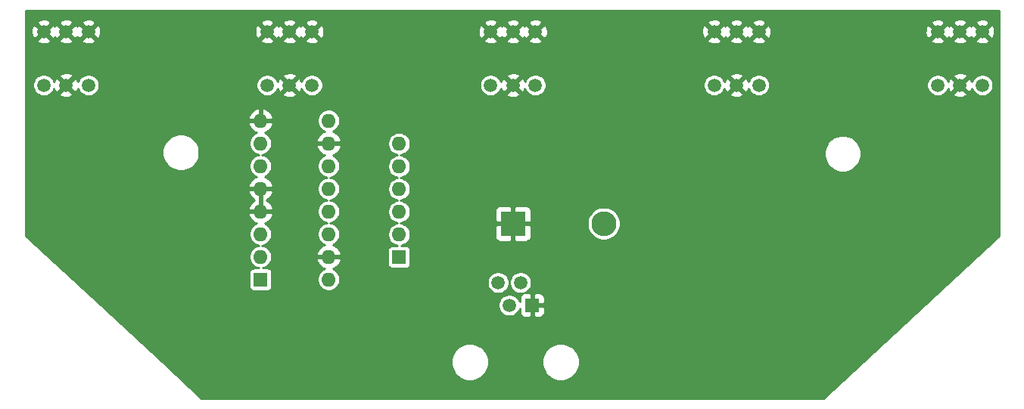
<source format=gbr>
G04 #@! TF.GenerationSoftware,KiCad,Pcbnew,5.1.5-52549c5~84~ubuntu19.10.1*
G04 #@! TF.CreationDate,2020-01-22T18:49:14-06:00*
G04 #@! TF.ProjectId,Timer,54696d65-722e-46b6-9963-61645f706362,rev?*
G04 #@! TF.SameCoordinates,PX93be440PYaa38e78*
G04 #@! TF.FileFunction,Copper,L2,Bot*
G04 #@! TF.FilePolarity,Positive*
%FSLAX46Y46*%
G04 Gerber Fmt 4.6, Leading zero omitted, Abs format (unit mm)*
G04 Created by KiCad (PCBNEW 5.1.5-52549c5~84~ubuntu19.10.1) date 2020-01-22 18:49:14*
%MOMM*%
%LPD*%
G04 APERTURE LIST*
%ADD10R,1.520000X1.520000*%
%ADD11C,1.520000*%
%ADD12O,1.600000X1.600000*%
%ADD13R,1.600000X1.600000*%
%ADD14C,1.500000*%
%ADD15O,2.800000X2.800000*%
%ADD16R,2.800000X2.800000*%
%ADD17C,0.254000*%
G04 APERTURE END LIST*
D10*
X-52770000Y10960000D03*
D11*
X-54070000Y13500000D03*
X-55340000Y10960000D03*
X-56580000Y13500000D03*
D12*
X-67670000Y29053000D03*
X-67670000Y26513000D03*
X-67670000Y23973000D03*
X-67670000Y21433000D03*
X-67670000Y18893000D03*
D13*
X-67670000Y16353000D03*
D14*
X-102420000Y41603000D03*
X-104920000Y41603000D03*
X-107420000Y41603000D03*
X-107420000Y35603000D03*
X-104920000Y35603000D03*
X-102420000Y35603000D03*
X-77420000Y41603000D03*
X-79920000Y41603000D03*
X-82420000Y41603000D03*
X-82420000Y35603000D03*
X-79920000Y35603000D03*
X-77420000Y35603000D03*
X-52420000Y41603000D03*
X-54920000Y41603000D03*
X-57420000Y41603000D03*
X-57420000Y35603000D03*
X-54920000Y35603000D03*
X-52420000Y35603000D03*
X-27420000Y41603000D03*
X-29920000Y41603000D03*
X-32420000Y41603000D03*
X-32420000Y35603000D03*
X-29920000Y35603000D03*
X-27420000Y35603000D03*
X-2420000Y41603000D03*
X-4920000Y41603000D03*
X-7420000Y41603000D03*
X-7420000Y35603000D03*
X-4920000Y35603000D03*
X-2420000Y35603000D03*
D12*
X-75550000Y13853000D03*
X-83170000Y31633000D03*
X-75550000Y16393000D03*
X-83170000Y29093000D03*
X-75550000Y18933000D03*
X-83170000Y26553000D03*
X-75550000Y21473000D03*
X-83170000Y24013000D03*
X-75550000Y24013000D03*
X-83170000Y21473000D03*
X-75550000Y26553000D03*
X-83170000Y18933000D03*
X-75550000Y29093000D03*
X-83170000Y16393000D03*
X-75550000Y31633000D03*
D13*
X-83170000Y13853000D03*
D15*
X-44760000Y20103000D03*
D16*
X-54920000Y20103000D03*
D17*
G36*
X-552000Y18741341D02*
G01*
X-20216152Y552000D01*
X-89783846Y552000D01*
X-94394688Y4817029D01*
X-61852000Y4817029D01*
X-61852000Y4402971D01*
X-61771222Y3996869D01*
X-61612769Y3614329D01*
X-61382730Y3270053D01*
X-61089947Y2977270D01*
X-60745671Y2747231D01*
X-60363131Y2588778D01*
X-59957029Y2508000D01*
X-59542971Y2508000D01*
X-59136869Y2588778D01*
X-58754329Y2747231D01*
X-58410053Y2977270D01*
X-58117270Y3270053D01*
X-57887231Y3614329D01*
X-57728778Y3996869D01*
X-57648000Y4402971D01*
X-57648000Y4817029D01*
X-51692000Y4817029D01*
X-51692000Y4402971D01*
X-51611222Y3996869D01*
X-51452769Y3614329D01*
X-51222730Y3270053D01*
X-50929947Y2977270D01*
X-50585671Y2747231D01*
X-50203131Y2588778D01*
X-49797029Y2508000D01*
X-49382971Y2508000D01*
X-48976869Y2588778D01*
X-48594329Y2747231D01*
X-48250053Y2977270D01*
X-47957270Y3270053D01*
X-47727231Y3614329D01*
X-47568778Y3996869D01*
X-47488000Y4402971D01*
X-47488000Y4817029D01*
X-47568778Y5223131D01*
X-47727231Y5605671D01*
X-47957270Y5949947D01*
X-48250053Y6242730D01*
X-48594329Y6472769D01*
X-48976869Y6631222D01*
X-49382971Y6712000D01*
X-49797029Y6712000D01*
X-50203131Y6631222D01*
X-50585671Y6472769D01*
X-50929947Y6242730D01*
X-51222730Y5949947D01*
X-51452769Y5605671D01*
X-51611222Y5223131D01*
X-51692000Y4817029D01*
X-57648000Y4817029D01*
X-57728778Y5223131D01*
X-57887231Y5605671D01*
X-58117270Y5949947D01*
X-58410053Y6242730D01*
X-58754329Y6472769D01*
X-59136869Y6631222D01*
X-59542971Y6712000D01*
X-59957029Y6712000D01*
X-60363131Y6631222D01*
X-60745671Y6472769D01*
X-61089947Y6242730D01*
X-61382730Y5949947D01*
X-61612769Y5605671D01*
X-61771222Y5223131D01*
X-61852000Y4817029D01*
X-94394688Y4817029D01*
X-101167450Y11081834D01*
X-56577000Y11081834D01*
X-56577000Y10838166D01*
X-56529462Y10599181D01*
X-56436215Y10374061D01*
X-56300840Y10171459D01*
X-56128541Y9999160D01*
X-55925939Y9863785D01*
X-55700819Y9770538D01*
X-55461834Y9723000D01*
X-55218166Y9723000D01*
X-54979181Y9770538D01*
X-54754061Y9863785D01*
X-54551459Y9999160D01*
X-54379160Y10171459D01*
X-54243785Y10374061D01*
X-54165724Y10562519D01*
X-54168072Y10200000D01*
X-54155812Y10075518D01*
X-54119502Y9955820D01*
X-54060537Y9845506D01*
X-53981185Y9748815D01*
X-53884494Y9669463D01*
X-53774180Y9610498D01*
X-53654482Y9574188D01*
X-53530000Y9561928D01*
X-53055750Y9565000D01*
X-52897000Y9723750D01*
X-52897000Y10833000D01*
X-52643000Y10833000D01*
X-52643000Y9723750D01*
X-52484250Y9565000D01*
X-52010000Y9561928D01*
X-51885518Y9574188D01*
X-51765820Y9610498D01*
X-51655506Y9669463D01*
X-51558815Y9748815D01*
X-51479463Y9845506D01*
X-51420498Y9955820D01*
X-51384188Y10075518D01*
X-51371928Y10200000D01*
X-51375000Y10674250D01*
X-51533750Y10833000D01*
X-52643000Y10833000D01*
X-52897000Y10833000D01*
X-52917000Y10833000D01*
X-52917000Y11087000D01*
X-52897000Y11087000D01*
X-52897000Y12196250D01*
X-52643000Y12196250D01*
X-52643000Y11087000D01*
X-51533750Y11087000D01*
X-51375000Y11245750D01*
X-51371928Y11720000D01*
X-51384188Y11844482D01*
X-51420498Y11964180D01*
X-51479463Y12074494D01*
X-51558815Y12171185D01*
X-51655506Y12250537D01*
X-51765820Y12309502D01*
X-51885518Y12345812D01*
X-52010000Y12358072D01*
X-52484250Y12355000D01*
X-52643000Y12196250D01*
X-52897000Y12196250D01*
X-53055750Y12355000D01*
X-53530000Y12358072D01*
X-53614519Y12349748D01*
X-53484061Y12403785D01*
X-53281459Y12539160D01*
X-53109160Y12711459D01*
X-52973785Y12914061D01*
X-52880538Y13139181D01*
X-52833000Y13378166D01*
X-52833000Y13621834D01*
X-52880538Y13860819D01*
X-52973785Y14085939D01*
X-53109160Y14288541D01*
X-53281459Y14460840D01*
X-53484061Y14596215D01*
X-53709181Y14689462D01*
X-53948166Y14737000D01*
X-54191834Y14737000D01*
X-54430819Y14689462D01*
X-54655939Y14596215D01*
X-54858541Y14460840D01*
X-55030840Y14288541D01*
X-55166215Y14085939D01*
X-55259462Y13860819D01*
X-55307000Y13621834D01*
X-55307000Y13378166D01*
X-55259462Y13139181D01*
X-55166215Y12914061D01*
X-55030840Y12711459D01*
X-54858541Y12539160D01*
X-54655939Y12403785D01*
X-54430819Y12310538D01*
X-54191834Y12263000D01*
X-53948166Y12263000D01*
X-53809619Y12290559D01*
X-53884494Y12250537D01*
X-53981185Y12171185D01*
X-54060537Y12074494D01*
X-54119502Y11964180D01*
X-54155812Y11844482D01*
X-54168072Y11720000D01*
X-54165724Y11357481D01*
X-54243785Y11545939D01*
X-54379160Y11748541D01*
X-54551459Y11920840D01*
X-54754061Y12056215D01*
X-54979181Y12149462D01*
X-55218166Y12197000D01*
X-55461834Y12197000D01*
X-55700819Y12149462D01*
X-55925939Y12056215D01*
X-56128541Y11920840D01*
X-56300840Y11748541D01*
X-56436215Y11545939D01*
X-56529462Y11320819D01*
X-56577000Y11081834D01*
X-101167450Y11081834D01*
X-109448000Y18741341D01*
X-109448000Y21123961D01*
X-84561904Y21123961D01*
X-84521246Y20989913D01*
X-84401037Y20735580D01*
X-84233519Y20509586D01*
X-84025131Y20320615D01*
X-83783881Y20175930D01*
X-83634987Y20122611D01*
X-83774886Y20064663D01*
X-83984040Y19924911D01*
X-84161911Y19747040D01*
X-84301663Y19537886D01*
X-84397926Y19305487D01*
X-84447000Y19058774D01*
X-84447000Y18807226D01*
X-84397926Y18560513D01*
X-84301663Y18328114D01*
X-84161911Y18118960D01*
X-83984040Y17941089D01*
X-83774886Y17801337D01*
X-83542487Y17705074D01*
X-83330966Y17663000D01*
X-83542487Y17620926D01*
X-83774886Y17524663D01*
X-83984040Y17384911D01*
X-84161911Y17207040D01*
X-84301663Y16997886D01*
X-84397926Y16765487D01*
X-84447000Y16518774D01*
X-84447000Y16267226D01*
X-84397926Y16020513D01*
X-84301663Y15788114D01*
X-84161911Y15578960D01*
X-83984040Y15401089D01*
X-83774886Y15261337D01*
X-83542487Y15165074D01*
X-83377755Y15132307D01*
X-83970000Y15132307D01*
X-84063508Y15123097D01*
X-84153423Y15095822D01*
X-84236289Y15051529D01*
X-84308921Y14991921D01*
X-84368529Y14919289D01*
X-84412822Y14836423D01*
X-84440097Y14746508D01*
X-84449307Y14653000D01*
X-84449307Y13053000D01*
X-84440097Y12959492D01*
X-84412822Y12869577D01*
X-84368529Y12786711D01*
X-84308921Y12714079D01*
X-84236289Y12654471D01*
X-84153423Y12610178D01*
X-84063508Y12582903D01*
X-83970000Y12573693D01*
X-82370000Y12573693D01*
X-82276492Y12582903D01*
X-82186577Y12610178D01*
X-82103711Y12654471D01*
X-82031079Y12714079D01*
X-81971471Y12786711D01*
X-81927178Y12869577D01*
X-81899903Y12959492D01*
X-81890693Y13053000D01*
X-81890693Y14653000D01*
X-81899903Y14746508D01*
X-81927178Y14836423D01*
X-81971471Y14919289D01*
X-82031079Y14991921D01*
X-82103711Y15051529D01*
X-82186577Y15095822D01*
X-82276492Y15123097D01*
X-82370000Y15132307D01*
X-82962245Y15132307D01*
X-82797513Y15165074D01*
X-82565114Y15261337D01*
X-82355960Y15401089D01*
X-82178089Y15578960D01*
X-82038337Y15788114D01*
X-81942074Y16020513D01*
X-81937410Y16043961D01*
X-76941904Y16043961D01*
X-76901246Y15909913D01*
X-76781037Y15655580D01*
X-76613519Y15429586D01*
X-76405131Y15240615D01*
X-76163881Y15095930D01*
X-76014987Y15042611D01*
X-76154886Y14984663D01*
X-76364040Y14844911D01*
X-76541911Y14667040D01*
X-76681663Y14457886D01*
X-76777926Y14225487D01*
X-76827000Y13978774D01*
X-76827000Y13727226D01*
X-76777926Y13480513D01*
X-76681663Y13248114D01*
X-76541911Y13038960D01*
X-76364040Y12861089D01*
X-76154886Y12721337D01*
X-75922487Y12625074D01*
X-75675774Y12576000D01*
X-75424226Y12576000D01*
X-75177513Y12625074D01*
X-74945114Y12721337D01*
X-74735960Y12861089D01*
X-74558089Y13038960D01*
X-74418337Y13248114D01*
X-74322074Y13480513D01*
X-74293964Y13621834D01*
X-57817000Y13621834D01*
X-57817000Y13378166D01*
X-57769462Y13139181D01*
X-57676215Y12914061D01*
X-57540840Y12711459D01*
X-57368541Y12539160D01*
X-57165939Y12403785D01*
X-56940819Y12310538D01*
X-56701834Y12263000D01*
X-56458166Y12263000D01*
X-56219181Y12310538D01*
X-55994061Y12403785D01*
X-55791459Y12539160D01*
X-55619160Y12711459D01*
X-55483785Y12914061D01*
X-55390538Y13139181D01*
X-55343000Y13378166D01*
X-55343000Y13621834D01*
X-55390538Y13860819D01*
X-55483785Y14085939D01*
X-55619160Y14288541D01*
X-55791459Y14460840D01*
X-55994061Y14596215D01*
X-56219181Y14689462D01*
X-56458166Y14737000D01*
X-56701834Y14737000D01*
X-56940819Y14689462D01*
X-57165939Y14596215D01*
X-57368541Y14460840D01*
X-57540840Y14288541D01*
X-57676215Y14085939D01*
X-57769462Y13860819D01*
X-57817000Y13621834D01*
X-74293964Y13621834D01*
X-74273000Y13727226D01*
X-74273000Y13978774D01*
X-74322074Y14225487D01*
X-74418337Y14457886D01*
X-74558089Y14667040D01*
X-74735960Y14844911D01*
X-74945114Y14984663D01*
X-75085013Y15042611D01*
X-74936119Y15095930D01*
X-74694869Y15240615D01*
X-74486481Y15429586D01*
X-74318963Y15655580D01*
X-74198754Y15909913D01*
X-74158096Y16043961D01*
X-74280085Y16266000D01*
X-75423000Y16266000D01*
X-75423000Y16246000D01*
X-75677000Y16246000D01*
X-75677000Y16266000D01*
X-76819915Y16266000D01*
X-76941904Y16043961D01*
X-81937410Y16043961D01*
X-81893000Y16267226D01*
X-81893000Y16518774D01*
X-81942074Y16765487D01*
X-82038337Y16997886D01*
X-82178089Y17207040D01*
X-82355960Y17384911D01*
X-82565114Y17524663D01*
X-82797513Y17620926D01*
X-83009034Y17663000D01*
X-82797513Y17705074D01*
X-82565114Y17801337D01*
X-82355960Y17941089D01*
X-82178089Y18118960D01*
X-82038337Y18328114D01*
X-81942074Y18560513D01*
X-81893000Y18807226D01*
X-81893000Y19058774D01*
X-81942074Y19305487D01*
X-82038337Y19537886D01*
X-82178089Y19747040D01*
X-82355960Y19924911D01*
X-82565114Y20064663D01*
X-82705013Y20122611D01*
X-82556119Y20175930D01*
X-82314869Y20320615D01*
X-82106481Y20509586D01*
X-81938963Y20735580D01*
X-81818754Y20989913D01*
X-81778096Y21123961D01*
X-81900085Y21346000D01*
X-83043000Y21346000D01*
X-83043000Y21326000D01*
X-83297000Y21326000D01*
X-83297000Y21346000D01*
X-84439915Y21346000D01*
X-84561904Y21123961D01*
X-109448000Y21123961D01*
X-109448000Y23663961D01*
X-84561904Y23663961D01*
X-84521246Y23529913D01*
X-84401037Y23275580D01*
X-84233519Y23049586D01*
X-84025131Y22860615D01*
X-83829018Y22743000D01*
X-84025131Y22625385D01*
X-84233519Y22436414D01*
X-84401037Y22210420D01*
X-84521246Y21956087D01*
X-84561904Y21822039D01*
X-84439915Y21600000D01*
X-83297000Y21600000D01*
X-83297000Y23886000D01*
X-83043000Y23886000D01*
X-83043000Y21600000D01*
X-81900085Y21600000D01*
X-81778096Y21822039D01*
X-81818754Y21956087D01*
X-81938963Y22210420D01*
X-82106481Y22436414D01*
X-82314869Y22625385D01*
X-82510982Y22743000D01*
X-82314869Y22860615D01*
X-82106481Y23049586D01*
X-81938963Y23275580D01*
X-81818754Y23529913D01*
X-81778096Y23663961D01*
X-81900085Y23886000D01*
X-83043000Y23886000D01*
X-83297000Y23886000D01*
X-84439915Y23886000D01*
X-84561904Y23663961D01*
X-109448000Y23663961D01*
X-109448000Y28271567D01*
X-94152000Y28271567D01*
X-94152000Y27862433D01*
X-94072182Y27461161D01*
X-93915614Y27083171D01*
X-93688311Y26742989D01*
X-93399011Y26453689D01*
X-93058829Y26226386D01*
X-92680839Y26069818D01*
X-92279567Y25990000D01*
X-91870433Y25990000D01*
X-91469161Y26069818D01*
X-91091171Y26226386D01*
X-90750989Y26453689D01*
X-90461689Y26742989D01*
X-90234386Y27083171D01*
X-90077818Y27461161D01*
X-89998000Y27862433D01*
X-89998000Y28271567D01*
X-90077818Y28672839D01*
X-90234386Y29050829D01*
X-90461689Y29391011D01*
X-90750989Y29680311D01*
X-91091171Y29907614D01*
X-91469161Y30064182D01*
X-91870433Y30144000D01*
X-92279567Y30144000D01*
X-92680839Y30064182D01*
X-93058829Y29907614D01*
X-93399011Y29680311D01*
X-93688311Y29391011D01*
X-93915614Y29050829D01*
X-94072182Y28672839D01*
X-94152000Y28271567D01*
X-109448000Y28271567D01*
X-109448000Y31283961D01*
X-84561904Y31283961D01*
X-84521246Y31149913D01*
X-84401037Y30895580D01*
X-84233519Y30669586D01*
X-84025131Y30480615D01*
X-83783881Y30335930D01*
X-83634987Y30282611D01*
X-83774886Y30224663D01*
X-83984040Y30084911D01*
X-84161911Y29907040D01*
X-84301663Y29697886D01*
X-84397926Y29465487D01*
X-84447000Y29218774D01*
X-84447000Y28967226D01*
X-84397926Y28720513D01*
X-84301663Y28488114D01*
X-84161911Y28278960D01*
X-83984040Y28101089D01*
X-83774886Y27961337D01*
X-83542487Y27865074D01*
X-83330966Y27823000D01*
X-83542487Y27780926D01*
X-83774886Y27684663D01*
X-83984040Y27544911D01*
X-84161911Y27367040D01*
X-84301663Y27157886D01*
X-84397926Y26925487D01*
X-84447000Y26678774D01*
X-84447000Y26427226D01*
X-84397926Y26180513D01*
X-84301663Y25948114D01*
X-84161911Y25738960D01*
X-83984040Y25561089D01*
X-83774886Y25421337D01*
X-83634987Y25363389D01*
X-83783881Y25310070D01*
X-84025131Y25165385D01*
X-84233519Y24976414D01*
X-84401037Y24750420D01*
X-84521246Y24496087D01*
X-84561904Y24362039D01*
X-84439915Y24140000D01*
X-83297000Y24140000D01*
X-83297000Y24160000D01*
X-83043000Y24160000D01*
X-83043000Y24140000D01*
X-81900085Y24140000D01*
X-81778096Y24362039D01*
X-81818754Y24496087D01*
X-81938963Y24750420D01*
X-82106481Y24976414D01*
X-82314869Y25165385D01*
X-82556119Y25310070D01*
X-82705013Y25363389D01*
X-82565114Y25421337D01*
X-82355960Y25561089D01*
X-82178089Y25738960D01*
X-82038337Y25948114D01*
X-81942074Y26180513D01*
X-81893000Y26427226D01*
X-81893000Y26678774D01*
X-81942074Y26925487D01*
X-82038337Y27157886D01*
X-82178089Y27367040D01*
X-82355960Y27544911D01*
X-82565114Y27684663D01*
X-82797513Y27780926D01*
X-83009034Y27823000D01*
X-82797513Y27865074D01*
X-82565114Y27961337D01*
X-82355960Y28101089D01*
X-82178089Y28278960D01*
X-82038337Y28488114D01*
X-81942074Y28720513D01*
X-81937410Y28743961D01*
X-76941904Y28743961D01*
X-76901246Y28609913D01*
X-76781037Y28355580D01*
X-76613519Y28129586D01*
X-76405131Y27940615D01*
X-76163881Y27795930D01*
X-76014987Y27742611D01*
X-76154886Y27684663D01*
X-76364040Y27544911D01*
X-76541911Y27367040D01*
X-76681663Y27157886D01*
X-76777926Y26925487D01*
X-76827000Y26678774D01*
X-76827000Y26427226D01*
X-76777926Y26180513D01*
X-76681663Y25948114D01*
X-76541911Y25738960D01*
X-76364040Y25561089D01*
X-76154886Y25421337D01*
X-75922487Y25325074D01*
X-75710966Y25283000D01*
X-75922487Y25240926D01*
X-76154886Y25144663D01*
X-76364040Y25004911D01*
X-76541911Y24827040D01*
X-76681663Y24617886D01*
X-76777926Y24385487D01*
X-76827000Y24138774D01*
X-76827000Y23887226D01*
X-76777926Y23640513D01*
X-76681663Y23408114D01*
X-76541911Y23198960D01*
X-76364040Y23021089D01*
X-76154886Y22881337D01*
X-75922487Y22785074D01*
X-75710966Y22743000D01*
X-75922487Y22700926D01*
X-76154886Y22604663D01*
X-76364040Y22464911D01*
X-76541911Y22287040D01*
X-76681663Y22077886D01*
X-76777926Y21845487D01*
X-76827000Y21598774D01*
X-76827000Y21347226D01*
X-76777926Y21100513D01*
X-76681663Y20868114D01*
X-76541911Y20658960D01*
X-76364040Y20481089D01*
X-76154886Y20341337D01*
X-75922487Y20245074D01*
X-75710966Y20203000D01*
X-75922487Y20160926D01*
X-76154886Y20064663D01*
X-76364040Y19924911D01*
X-76541911Y19747040D01*
X-76681663Y19537886D01*
X-76777926Y19305487D01*
X-76827000Y19058774D01*
X-76827000Y18807226D01*
X-76777926Y18560513D01*
X-76681663Y18328114D01*
X-76541911Y18118960D01*
X-76364040Y17941089D01*
X-76154886Y17801337D01*
X-76014987Y17743389D01*
X-76163881Y17690070D01*
X-76405131Y17545385D01*
X-76613519Y17356414D01*
X-76781037Y17130420D01*
X-76901246Y16876087D01*
X-76941904Y16742039D01*
X-76819915Y16520000D01*
X-75677000Y16520000D01*
X-75677000Y16540000D01*
X-75423000Y16540000D01*
X-75423000Y16520000D01*
X-74280085Y16520000D01*
X-74158096Y16742039D01*
X-74198754Y16876087D01*
X-74318963Y17130420D01*
X-74335700Y17153000D01*
X-68949307Y17153000D01*
X-68949307Y15553000D01*
X-68940097Y15459492D01*
X-68912822Y15369577D01*
X-68868529Y15286711D01*
X-68808921Y15214079D01*
X-68736289Y15154471D01*
X-68653423Y15110178D01*
X-68563508Y15082903D01*
X-68470000Y15073693D01*
X-66870000Y15073693D01*
X-66776492Y15082903D01*
X-66686577Y15110178D01*
X-66603711Y15154471D01*
X-66531079Y15214079D01*
X-66471471Y15286711D01*
X-66427178Y15369577D01*
X-66399903Y15459492D01*
X-66390693Y15553000D01*
X-66390693Y17153000D01*
X-66399903Y17246508D01*
X-66427178Y17336423D01*
X-66471471Y17419289D01*
X-66531079Y17491921D01*
X-66603711Y17551529D01*
X-66686577Y17595822D01*
X-66776492Y17623097D01*
X-66870000Y17632307D01*
X-67462245Y17632307D01*
X-67297513Y17665074D01*
X-67065114Y17761337D01*
X-66855960Y17901089D01*
X-66678089Y18078960D01*
X-66538337Y18288114D01*
X-66442074Y18520513D01*
X-66405776Y18703000D01*
X-56958072Y18703000D01*
X-56945812Y18578518D01*
X-56909502Y18458820D01*
X-56850537Y18348506D01*
X-56771185Y18251815D01*
X-56674494Y18172463D01*
X-56564180Y18113498D01*
X-56444482Y18077188D01*
X-56320000Y18064928D01*
X-55205750Y18068000D01*
X-55047000Y18226750D01*
X-55047000Y19976000D01*
X-54793000Y19976000D01*
X-54793000Y18226750D01*
X-54634250Y18068000D01*
X-53520000Y18064928D01*
X-53395518Y18077188D01*
X-53275820Y18113498D01*
X-53165506Y18172463D01*
X-53068815Y18251815D01*
X-52989463Y18348506D01*
X-52930498Y18458820D01*
X-52894188Y18578518D01*
X-52881928Y18703000D01*
X-52885000Y19817250D01*
X-53043750Y19976000D01*
X-54793000Y19976000D01*
X-55047000Y19976000D01*
X-56796250Y19976000D01*
X-56955000Y19817250D01*
X-56958072Y18703000D01*
X-66405776Y18703000D01*
X-66393000Y18767226D01*
X-66393000Y19018774D01*
X-66442074Y19265487D01*
X-66538337Y19497886D01*
X-66678089Y19707040D01*
X-66855960Y19884911D01*
X-67065114Y20024663D01*
X-67297513Y20120926D01*
X-67509034Y20163000D01*
X-67297513Y20205074D01*
X-67065114Y20301337D01*
X-66855960Y20441089D01*
X-66678089Y20618960D01*
X-66538337Y20828114D01*
X-66442074Y21060513D01*
X-66393000Y21307226D01*
X-66393000Y21503000D01*
X-56958072Y21503000D01*
X-56955000Y20388750D01*
X-56796250Y20230000D01*
X-55047000Y20230000D01*
X-55047000Y21979250D01*
X-54793000Y21979250D01*
X-54793000Y20230000D01*
X-53043750Y20230000D01*
X-52985882Y20287868D01*
X-46637000Y20287868D01*
X-46637000Y19918132D01*
X-46564868Y19555499D01*
X-46423376Y19213907D01*
X-46217961Y18906482D01*
X-45956518Y18645039D01*
X-45649093Y18439624D01*
X-45307501Y18298132D01*
X-44944868Y18226000D01*
X-44575132Y18226000D01*
X-44212499Y18298132D01*
X-43870907Y18439624D01*
X-43563482Y18645039D01*
X-43302039Y18906482D01*
X-43096624Y19213907D01*
X-42955132Y19555499D01*
X-42883000Y19918132D01*
X-42883000Y20287868D01*
X-42955132Y20650501D01*
X-43096624Y20992093D01*
X-43302039Y21299518D01*
X-43563482Y21560961D01*
X-43870907Y21766376D01*
X-44212499Y21907868D01*
X-44575132Y21980000D01*
X-44944868Y21980000D01*
X-45307501Y21907868D01*
X-45649093Y21766376D01*
X-45956518Y21560961D01*
X-46217961Y21299518D01*
X-46423376Y20992093D01*
X-46564868Y20650501D01*
X-46637000Y20287868D01*
X-52985882Y20287868D01*
X-52885000Y20388750D01*
X-52881928Y21503000D01*
X-52894188Y21627482D01*
X-52930498Y21747180D01*
X-52989463Y21857494D01*
X-53068815Y21954185D01*
X-53165506Y22033537D01*
X-53275820Y22092502D01*
X-53395518Y22128812D01*
X-53520000Y22141072D01*
X-54634250Y22138000D01*
X-54793000Y21979250D01*
X-55047000Y21979250D01*
X-55205750Y22138000D01*
X-56320000Y22141072D01*
X-56444482Y22128812D01*
X-56564180Y22092502D01*
X-56674494Y22033537D01*
X-56771185Y21954185D01*
X-56850537Y21857494D01*
X-56909502Y21747180D01*
X-56945812Y21627482D01*
X-56958072Y21503000D01*
X-66393000Y21503000D01*
X-66393000Y21558774D01*
X-66442074Y21805487D01*
X-66538337Y22037886D01*
X-66678089Y22247040D01*
X-66855960Y22424911D01*
X-67065114Y22564663D01*
X-67297513Y22660926D01*
X-67509034Y22703000D01*
X-67297513Y22745074D01*
X-67065114Y22841337D01*
X-66855960Y22981089D01*
X-66678089Y23158960D01*
X-66538337Y23368114D01*
X-66442074Y23600513D01*
X-66393000Y23847226D01*
X-66393000Y24098774D01*
X-66442074Y24345487D01*
X-66538337Y24577886D01*
X-66678089Y24787040D01*
X-66855960Y24964911D01*
X-67065114Y25104663D01*
X-67297513Y25200926D01*
X-67509034Y25243000D01*
X-67297513Y25285074D01*
X-67065114Y25381337D01*
X-66855960Y25521089D01*
X-66678089Y25698960D01*
X-66538337Y25908114D01*
X-66442074Y26140513D01*
X-66393000Y26387226D01*
X-66393000Y26638774D01*
X-66442074Y26885487D01*
X-66538337Y27117886D01*
X-66678089Y27327040D01*
X-66855960Y27504911D01*
X-67065114Y27644663D01*
X-67297513Y27740926D01*
X-67509034Y27783000D01*
X-67297513Y27825074D01*
X-67065114Y27921337D01*
X-66855960Y28061089D01*
X-66772482Y28144567D01*
X-20111000Y28144567D01*
X-20111000Y27735433D01*
X-20031182Y27334161D01*
X-19874614Y26956171D01*
X-19647311Y26615989D01*
X-19358011Y26326689D01*
X-19017829Y26099386D01*
X-18639839Y25942818D01*
X-18238567Y25863000D01*
X-17829433Y25863000D01*
X-17428161Y25942818D01*
X-17050171Y26099386D01*
X-16709989Y26326689D01*
X-16420689Y26615989D01*
X-16193386Y26956171D01*
X-16036818Y27334161D01*
X-15957000Y27735433D01*
X-15957000Y28144567D01*
X-16036818Y28545839D01*
X-16193386Y28923829D01*
X-16420689Y29264011D01*
X-16709989Y29553311D01*
X-17050171Y29780614D01*
X-17428161Y29937182D01*
X-17829433Y30017000D01*
X-18238567Y30017000D01*
X-18639839Y29937182D01*
X-19017829Y29780614D01*
X-19358011Y29553311D01*
X-19647311Y29264011D01*
X-19874614Y28923829D01*
X-20031182Y28545839D01*
X-20111000Y28144567D01*
X-66772482Y28144567D01*
X-66678089Y28238960D01*
X-66538337Y28448114D01*
X-66442074Y28680513D01*
X-66393000Y28927226D01*
X-66393000Y29178774D01*
X-66442074Y29425487D01*
X-66538337Y29657886D01*
X-66678089Y29867040D01*
X-66855960Y30044911D01*
X-67065114Y30184663D01*
X-67297513Y30280926D01*
X-67544226Y30330000D01*
X-67795774Y30330000D01*
X-68042487Y30280926D01*
X-68274886Y30184663D01*
X-68484040Y30044911D01*
X-68661911Y29867040D01*
X-68801663Y29657886D01*
X-68897926Y29425487D01*
X-68947000Y29178774D01*
X-68947000Y28927226D01*
X-68897926Y28680513D01*
X-68801663Y28448114D01*
X-68661911Y28238960D01*
X-68484040Y28061089D01*
X-68274886Y27921337D01*
X-68042487Y27825074D01*
X-67830966Y27783000D01*
X-68042487Y27740926D01*
X-68274886Y27644663D01*
X-68484040Y27504911D01*
X-68661911Y27327040D01*
X-68801663Y27117886D01*
X-68897926Y26885487D01*
X-68947000Y26638774D01*
X-68947000Y26387226D01*
X-68897926Y26140513D01*
X-68801663Y25908114D01*
X-68661911Y25698960D01*
X-68484040Y25521089D01*
X-68274886Y25381337D01*
X-68042487Y25285074D01*
X-67830966Y25243000D01*
X-68042487Y25200926D01*
X-68274886Y25104663D01*
X-68484040Y24964911D01*
X-68661911Y24787040D01*
X-68801663Y24577886D01*
X-68897926Y24345487D01*
X-68947000Y24098774D01*
X-68947000Y23847226D01*
X-68897926Y23600513D01*
X-68801663Y23368114D01*
X-68661911Y23158960D01*
X-68484040Y22981089D01*
X-68274886Y22841337D01*
X-68042487Y22745074D01*
X-67830966Y22703000D01*
X-68042487Y22660926D01*
X-68274886Y22564663D01*
X-68484040Y22424911D01*
X-68661911Y22247040D01*
X-68801663Y22037886D01*
X-68897926Y21805487D01*
X-68947000Y21558774D01*
X-68947000Y21307226D01*
X-68897926Y21060513D01*
X-68801663Y20828114D01*
X-68661911Y20618960D01*
X-68484040Y20441089D01*
X-68274886Y20301337D01*
X-68042487Y20205074D01*
X-67830966Y20163000D01*
X-68042487Y20120926D01*
X-68274886Y20024663D01*
X-68484040Y19884911D01*
X-68661911Y19707040D01*
X-68801663Y19497886D01*
X-68897926Y19265487D01*
X-68947000Y19018774D01*
X-68947000Y18767226D01*
X-68897926Y18520513D01*
X-68801663Y18288114D01*
X-68661911Y18078960D01*
X-68484040Y17901089D01*
X-68274886Y17761337D01*
X-68042487Y17665074D01*
X-67877755Y17632307D01*
X-68470000Y17632307D01*
X-68563508Y17623097D01*
X-68653423Y17595822D01*
X-68736289Y17551529D01*
X-68808921Y17491921D01*
X-68868529Y17419289D01*
X-68912822Y17336423D01*
X-68940097Y17246508D01*
X-68949307Y17153000D01*
X-74335700Y17153000D01*
X-74486481Y17356414D01*
X-74694869Y17545385D01*
X-74936119Y17690070D01*
X-75085013Y17743389D01*
X-74945114Y17801337D01*
X-74735960Y17941089D01*
X-74558089Y18118960D01*
X-74418337Y18328114D01*
X-74322074Y18560513D01*
X-74273000Y18807226D01*
X-74273000Y19058774D01*
X-74322074Y19305487D01*
X-74418337Y19537886D01*
X-74558089Y19747040D01*
X-74735960Y19924911D01*
X-74945114Y20064663D01*
X-75177513Y20160926D01*
X-75389034Y20203000D01*
X-75177513Y20245074D01*
X-74945114Y20341337D01*
X-74735960Y20481089D01*
X-74558089Y20658960D01*
X-74418337Y20868114D01*
X-74322074Y21100513D01*
X-74273000Y21347226D01*
X-74273000Y21598774D01*
X-74322074Y21845487D01*
X-74418337Y22077886D01*
X-74558089Y22287040D01*
X-74735960Y22464911D01*
X-74945114Y22604663D01*
X-75177513Y22700926D01*
X-75389034Y22743000D01*
X-75177513Y22785074D01*
X-74945114Y22881337D01*
X-74735960Y23021089D01*
X-74558089Y23198960D01*
X-74418337Y23408114D01*
X-74322074Y23640513D01*
X-74273000Y23887226D01*
X-74273000Y24138774D01*
X-74322074Y24385487D01*
X-74418337Y24617886D01*
X-74558089Y24827040D01*
X-74735960Y25004911D01*
X-74945114Y25144663D01*
X-75177513Y25240926D01*
X-75389034Y25283000D01*
X-75177513Y25325074D01*
X-74945114Y25421337D01*
X-74735960Y25561089D01*
X-74558089Y25738960D01*
X-74418337Y25948114D01*
X-74322074Y26180513D01*
X-74273000Y26427226D01*
X-74273000Y26678774D01*
X-74322074Y26925487D01*
X-74418337Y27157886D01*
X-74558089Y27367040D01*
X-74735960Y27544911D01*
X-74945114Y27684663D01*
X-75085013Y27742611D01*
X-74936119Y27795930D01*
X-74694869Y27940615D01*
X-74486481Y28129586D01*
X-74318963Y28355580D01*
X-74198754Y28609913D01*
X-74158096Y28743961D01*
X-74280085Y28966000D01*
X-75423000Y28966000D01*
X-75423000Y28946000D01*
X-75677000Y28946000D01*
X-75677000Y28966000D01*
X-76819915Y28966000D01*
X-76941904Y28743961D01*
X-81937410Y28743961D01*
X-81893000Y28967226D01*
X-81893000Y29218774D01*
X-81937409Y29442039D01*
X-76941904Y29442039D01*
X-76819915Y29220000D01*
X-75677000Y29220000D01*
X-75677000Y29240000D01*
X-75423000Y29240000D01*
X-75423000Y29220000D01*
X-74280085Y29220000D01*
X-74158096Y29442039D01*
X-74198754Y29576087D01*
X-74318963Y29830420D01*
X-74486481Y30056414D01*
X-74694869Y30245385D01*
X-74936119Y30390070D01*
X-75085013Y30443389D01*
X-74945114Y30501337D01*
X-74735960Y30641089D01*
X-74558089Y30818960D01*
X-74418337Y31028114D01*
X-74322074Y31260513D01*
X-74273000Y31507226D01*
X-74273000Y31758774D01*
X-74322074Y32005487D01*
X-74418337Y32237886D01*
X-74558089Y32447040D01*
X-74735960Y32624911D01*
X-74945114Y32764663D01*
X-75177513Y32860926D01*
X-75424226Y32910000D01*
X-75675774Y32910000D01*
X-75922487Y32860926D01*
X-76154886Y32764663D01*
X-76364040Y32624911D01*
X-76541911Y32447040D01*
X-76681663Y32237886D01*
X-76777926Y32005487D01*
X-76827000Y31758774D01*
X-76827000Y31507226D01*
X-76777926Y31260513D01*
X-76681663Y31028114D01*
X-76541911Y30818960D01*
X-76364040Y30641089D01*
X-76154886Y30501337D01*
X-76014987Y30443389D01*
X-76163881Y30390070D01*
X-76405131Y30245385D01*
X-76613519Y30056414D01*
X-76781037Y29830420D01*
X-76901246Y29576087D01*
X-76941904Y29442039D01*
X-81937409Y29442039D01*
X-81942074Y29465487D01*
X-82038337Y29697886D01*
X-82178089Y29907040D01*
X-82355960Y30084911D01*
X-82565114Y30224663D01*
X-82705013Y30282611D01*
X-82556119Y30335930D01*
X-82314869Y30480615D01*
X-82106481Y30669586D01*
X-81938963Y30895580D01*
X-81818754Y31149913D01*
X-81778096Y31283961D01*
X-81900085Y31506000D01*
X-83043000Y31506000D01*
X-83043000Y31486000D01*
X-83297000Y31486000D01*
X-83297000Y31506000D01*
X-84439915Y31506000D01*
X-84561904Y31283961D01*
X-109448000Y31283961D01*
X-109448000Y31982039D01*
X-84561904Y31982039D01*
X-84439915Y31760000D01*
X-83297000Y31760000D01*
X-83297000Y32903624D01*
X-83043000Y32903624D01*
X-83043000Y31760000D01*
X-81900085Y31760000D01*
X-81778096Y31982039D01*
X-81818754Y32116087D01*
X-81938963Y32370420D01*
X-82106481Y32596414D01*
X-82314869Y32785385D01*
X-82556119Y32930070D01*
X-82820960Y33024909D01*
X-83043000Y32903624D01*
X-83297000Y32903624D01*
X-83519040Y33024909D01*
X-83783881Y32930070D01*
X-84025131Y32785385D01*
X-84233519Y32596414D01*
X-84401037Y32370420D01*
X-84521246Y32116087D01*
X-84561904Y31982039D01*
X-109448000Y31982039D01*
X-109448000Y35723849D01*
X-108647000Y35723849D01*
X-108647000Y35482151D01*
X-108599847Y35245097D01*
X-108507353Y35021798D01*
X-108373073Y34820833D01*
X-108202167Y34649927D01*
X-108001202Y34515647D01*
X-107777903Y34423153D01*
X-107540849Y34376000D01*
X-107299151Y34376000D01*
X-107062097Y34423153D01*
X-106838798Y34515647D01*
X-106643700Y34646007D01*
X-105697388Y34646007D01*
X-105631863Y34407140D01*
X-105384884Y34291240D01*
X-105120040Y34225750D01*
X-104847508Y34213188D01*
X-104577762Y34254035D01*
X-104321168Y34346723D01*
X-104208137Y34407140D01*
X-104142612Y34646007D01*
X-104920000Y35423395D01*
X-105697388Y34646007D01*
X-106643700Y34646007D01*
X-106637833Y34649927D01*
X-106466927Y34820833D01*
X-106332647Y35021798D01*
X-106252521Y35215239D01*
X-106176277Y35004168D01*
X-106115860Y34891137D01*
X-105876993Y34825612D01*
X-105099605Y35603000D01*
X-104740395Y35603000D01*
X-103963007Y34825612D01*
X-103724140Y34891137D01*
X-103608240Y35138116D01*
X-103588538Y35217794D01*
X-103507353Y35021798D01*
X-103373073Y34820833D01*
X-103202167Y34649927D01*
X-103001202Y34515647D01*
X-102777903Y34423153D01*
X-102540849Y34376000D01*
X-102299151Y34376000D01*
X-102062097Y34423153D01*
X-101838798Y34515647D01*
X-101637833Y34649927D01*
X-101466927Y34820833D01*
X-101332647Y35021798D01*
X-101240153Y35245097D01*
X-101193000Y35482151D01*
X-101193000Y35723849D01*
X-83647000Y35723849D01*
X-83647000Y35482151D01*
X-83599847Y35245097D01*
X-83507353Y35021798D01*
X-83373073Y34820833D01*
X-83202167Y34649927D01*
X-83001202Y34515647D01*
X-82777903Y34423153D01*
X-82540849Y34376000D01*
X-82299151Y34376000D01*
X-82062097Y34423153D01*
X-81838798Y34515647D01*
X-81643700Y34646007D01*
X-80697388Y34646007D01*
X-80631863Y34407140D01*
X-80384884Y34291240D01*
X-80120040Y34225750D01*
X-79847508Y34213188D01*
X-79577762Y34254035D01*
X-79321168Y34346723D01*
X-79208137Y34407140D01*
X-79142612Y34646007D01*
X-79920000Y35423395D01*
X-80697388Y34646007D01*
X-81643700Y34646007D01*
X-81637833Y34649927D01*
X-81466927Y34820833D01*
X-81332647Y35021798D01*
X-81252521Y35215239D01*
X-81176277Y35004168D01*
X-81115860Y34891137D01*
X-80876993Y34825612D01*
X-80099605Y35603000D01*
X-79740395Y35603000D01*
X-78963007Y34825612D01*
X-78724140Y34891137D01*
X-78608240Y35138116D01*
X-78588538Y35217794D01*
X-78507353Y35021798D01*
X-78373073Y34820833D01*
X-78202167Y34649927D01*
X-78001202Y34515647D01*
X-77777903Y34423153D01*
X-77540849Y34376000D01*
X-77299151Y34376000D01*
X-77062097Y34423153D01*
X-76838798Y34515647D01*
X-76637833Y34649927D01*
X-76466927Y34820833D01*
X-76332647Y35021798D01*
X-76240153Y35245097D01*
X-76193000Y35482151D01*
X-76193000Y35723849D01*
X-58647000Y35723849D01*
X-58647000Y35482151D01*
X-58599847Y35245097D01*
X-58507353Y35021798D01*
X-58373073Y34820833D01*
X-58202167Y34649927D01*
X-58001202Y34515647D01*
X-57777903Y34423153D01*
X-57540849Y34376000D01*
X-57299151Y34376000D01*
X-57062097Y34423153D01*
X-56838798Y34515647D01*
X-56643700Y34646007D01*
X-55697388Y34646007D01*
X-55631863Y34407140D01*
X-55384884Y34291240D01*
X-55120040Y34225750D01*
X-54847508Y34213188D01*
X-54577762Y34254035D01*
X-54321168Y34346723D01*
X-54208137Y34407140D01*
X-54142612Y34646007D01*
X-54920000Y35423395D01*
X-55697388Y34646007D01*
X-56643700Y34646007D01*
X-56637833Y34649927D01*
X-56466927Y34820833D01*
X-56332647Y35021798D01*
X-56252521Y35215239D01*
X-56176277Y35004168D01*
X-56115860Y34891137D01*
X-55876993Y34825612D01*
X-55099605Y35603000D01*
X-54740395Y35603000D01*
X-53963007Y34825612D01*
X-53724140Y34891137D01*
X-53608240Y35138116D01*
X-53588538Y35217794D01*
X-53507353Y35021798D01*
X-53373073Y34820833D01*
X-53202167Y34649927D01*
X-53001202Y34515647D01*
X-52777903Y34423153D01*
X-52540849Y34376000D01*
X-52299151Y34376000D01*
X-52062097Y34423153D01*
X-51838798Y34515647D01*
X-51637833Y34649927D01*
X-51466927Y34820833D01*
X-51332647Y35021798D01*
X-51240153Y35245097D01*
X-51193000Y35482151D01*
X-51193000Y35723849D01*
X-33647000Y35723849D01*
X-33647000Y35482151D01*
X-33599847Y35245097D01*
X-33507353Y35021798D01*
X-33373073Y34820833D01*
X-33202167Y34649927D01*
X-33001202Y34515647D01*
X-32777903Y34423153D01*
X-32540849Y34376000D01*
X-32299151Y34376000D01*
X-32062097Y34423153D01*
X-31838798Y34515647D01*
X-31643700Y34646007D01*
X-30697388Y34646007D01*
X-30631863Y34407140D01*
X-30384884Y34291240D01*
X-30120040Y34225750D01*
X-29847508Y34213188D01*
X-29577762Y34254035D01*
X-29321168Y34346723D01*
X-29208137Y34407140D01*
X-29142612Y34646007D01*
X-29920000Y35423395D01*
X-30697388Y34646007D01*
X-31643700Y34646007D01*
X-31637833Y34649927D01*
X-31466927Y34820833D01*
X-31332647Y35021798D01*
X-31252521Y35215239D01*
X-31176277Y35004168D01*
X-31115860Y34891137D01*
X-30876993Y34825612D01*
X-30099605Y35603000D01*
X-29740395Y35603000D01*
X-28963007Y34825612D01*
X-28724140Y34891137D01*
X-28608240Y35138116D01*
X-28588538Y35217794D01*
X-28507353Y35021798D01*
X-28373073Y34820833D01*
X-28202167Y34649927D01*
X-28001202Y34515647D01*
X-27777903Y34423153D01*
X-27540849Y34376000D01*
X-27299151Y34376000D01*
X-27062097Y34423153D01*
X-26838798Y34515647D01*
X-26637833Y34649927D01*
X-26466927Y34820833D01*
X-26332647Y35021798D01*
X-26240153Y35245097D01*
X-26193000Y35482151D01*
X-26193000Y35723849D01*
X-8647000Y35723849D01*
X-8647000Y35482151D01*
X-8599847Y35245097D01*
X-8507353Y35021798D01*
X-8373073Y34820833D01*
X-8202167Y34649927D01*
X-8001202Y34515647D01*
X-7777903Y34423153D01*
X-7540849Y34376000D01*
X-7299151Y34376000D01*
X-7062097Y34423153D01*
X-6838798Y34515647D01*
X-6643700Y34646007D01*
X-5697388Y34646007D01*
X-5631863Y34407140D01*
X-5384884Y34291240D01*
X-5120040Y34225750D01*
X-4847508Y34213188D01*
X-4577762Y34254035D01*
X-4321168Y34346723D01*
X-4208137Y34407140D01*
X-4142612Y34646007D01*
X-4920000Y35423395D01*
X-5697388Y34646007D01*
X-6643700Y34646007D01*
X-6637833Y34649927D01*
X-6466927Y34820833D01*
X-6332647Y35021798D01*
X-6252521Y35215239D01*
X-6176277Y35004168D01*
X-6115860Y34891137D01*
X-5876993Y34825612D01*
X-5099605Y35603000D01*
X-4740395Y35603000D01*
X-3963007Y34825612D01*
X-3724140Y34891137D01*
X-3608240Y35138116D01*
X-3588538Y35217794D01*
X-3507353Y35021798D01*
X-3373073Y34820833D01*
X-3202167Y34649927D01*
X-3001202Y34515647D01*
X-2777903Y34423153D01*
X-2540849Y34376000D01*
X-2299151Y34376000D01*
X-2062097Y34423153D01*
X-1838798Y34515647D01*
X-1637833Y34649927D01*
X-1466927Y34820833D01*
X-1332647Y35021798D01*
X-1240153Y35245097D01*
X-1193000Y35482151D01*
X-1193000Y35723849D01*
X-1240153Y35960903D01*
X-1332647Y36184202D01*
X-1466927Y36385167D01*
X-1637833Y36556073D01*
X-1838798Y36690353D01*
X-2062097Y36782847D01*
X-2299151Y36830000D01*
X-2540849Y36830000D01*
X-2777903Y36782847D01*
X-3001202Y36690353D01*
X-3202167Y36556073D01*
X-3373073Y36385167D01*
X-3507353Y36184202D01*
X-3587479Y35990761D01*
X-3663723Y36201832D01*
X-3724140Y36314863D01*
X-3963007Y36380388D01*
X-4740395Y35603000D01*
X-5099605Y35603000D01*
X-5876993Y36380388D01*
X-6115860Y36314863D01*
X-6231760Y36067884D01*
X-6251462Y35988206D01*
X-6332647Y36184202D01*
X-6466927Y36385167D01*
X-6637833Y36556073D01*
X-6643699Y36559993D01*
X-5697388Y36559993D01*
X-4920000Y35782605D01*
X-4142612Y36559993D01*
X-4208137Y36798860D01*
X-4455116Y36914760D01*
X-4719960Y36980250D01*
X-4992492Y36992812D01*
X-5262238Y36951965D01*
X-5518832Y36859277D01*
X-5631863Y36798860D01*
X-5697388Y36559993D01*
X-6643699Y36559993D01*
X-6838798Y36690353D01*
X-7062097Y36782847D01*
X-7299151Y36830000D01*
X-7540849Y36830000D01*
X-7777903Y36782847D01*
X-8001202Y36690353D01*
X-8202167Y36556073D01*
X-8373073Y36385167D01*
X-8507353Y36184202D01*
X-8599847Y35960903D01*
X-8647000Y35723849D01*
X-26193000Y35723849D01*
X-26240153Y35960903D01*
X-26332647Y36184202D01*
X-26466927Y36385167D01*
X-26637833Y36556073D01*
X-26838798Y36690353D01*
X-27062097Y36782847D01*
X-27299151Y36830000D01*
X-27540849Y36830000D01*
X-27777903Y36782847D01*
X-28001202Y36690353D01*
X-28202167Y36556073D01*
X-28373073Y36385167D01*
X-28507353Y36184202D01*
X-28587479Y35990761D01*
X-28663723Y36201832D01*
X-28724140Y36314863D01*
X-28963007Y36380388D01*
X-29740395Y35603000D01*
X-30099605Y35603000D01*
X-30876993Y36380388D01*
X-31115860Y36314863D01*
X-31231760Y36067884D01*
X-31251462Y35988206D01*
X-31332647Y36184202D01*
X-31466927Y36385167D01*
X-31637833Y36556073D01*
X-31643699Y36559993D01*
X-30697388Y36559993D01*
X-29920000Y35782605D01*
X-29142612Y36559993D01*
X-29208137Y36798860D01*
X-29455116Y36914760D01*
X-29719960Y36980250D01*
X-29992492Y36992812D01*
X-30262238Y36951965D01*
X-30518832Y36859277D01*
X-30631863Y36798860D01*
X-30697388Y36559993D01*
X-31643699Y36559993D01*
X-31838798Y36690353D01*
X-32062097Y36782847D01*
X-32299151Y36830000D01*
X-32540849Y36830000D01*
X-32777903Y36782847D01*
X-33001202Y36690353D01*
X-33202167Y36556073D01*
X-33373073Y36385167D01*
X-33507353Y36184202D01*
X-33599847Y35960903D01*
X-33647000Y35723849D01*
X-51193000Y35723849D01*
X-51240153Y35960903D01*
X-51332647Y36184202D01*
X-51466927Y36385167D01*
X-51637833Y36556073D01*
X-51838798Y36690353D01*
X-52062097Y36782847D01*
X-52299151Y36830000D01*
X-52540849Y36830000D01*
X-52777903Y36782847D01*
X-53001202Y36690353D01*
X-53202167Y36556073D01*
X-53373073Y36385167D01*
X-53507353Y36184202D01*
X-53587479Y35990761D01*
X-53663723Y36201832D01*
X-53724140Y36314863D01*
X-53963007Y36380388D01*
X-54740395Y35603000D01*
X-55099605Y35603000D01*
X-55876993Y36380388D01*
X-56115860Y36314863D01*
X-56231760Y36067884D01*
X-56251462Y35988206D01*
X-56332647Y36184202D01*
X-56466927Y36385167D01*
X-56637833Y36556073D01*
X-56643699Y36559993D01*
X-55697388Y36559993D01*
X-54920000Y35782605D01*
X-54142612Y36559993D01*
X-54208137Y36798860D01*
X-54455116Y36914760D01*
X-54719960Y36980250D01*
X-54992492Y36992812D01*
X-55262238Y36951965D01*
X-55518832Y36859277D01*
X-55631863Y36798860D01*
X-55697388Y36559993D01*
X-56643699Y36559993D01*
X-56838798Y36690353D01*
X-57062097Y36782847D01*
X-57299151Y36830000D01*
X-57540849Y36830000D01*
X-57777903Y36782847D01*
X-58001202Y36690353D01*
X-58202167Y36556073D01*
X-58373073Y36385167D01*
X-58507353Y36184202D01*
X-58599847Y35960903D01*
X-58647000Y35723849D01*
X-76193000Y35723849D01*
X-76240153Y35960903D01*
X-76332647Y36184202D01*
X-76466927Y36385167D01*
X-76637833Y36556073D01*
X-76838798Y36690353D01*
X-77062097Y36782847D01*
X-77299151Y36830000D01*
X-77540849Y36830000D01*
X-77777903Y36782847D01*
X-78001202Y36690353D01*
X-78202167Y36556073D01*
X-78373073Y36385167D01*
X-78507353Y36184202D01*
X-78587479Y35990761D01*
X-78663723Y36201832D01*
X-78724140Y36314863D01*
X-78963007Y36380388D01*
X-79740395Y35603000D01*
X-80099605Y35603000D01*
X-80876993Y36380388D01*
X-81115860Y36314863D01*
X-81231760Y36067884D01*
X-81251462Y35988206D01*
X-81332647Y36184202D01*
X-81466927Y36385167D01*
X-81637833Y36556073D01*
X-81643699Y36559993D01*
X-80697388Y36559993D01*
X-79920000Y35782605D01*
X-79142612Y36559993D01*
X-79208137Y36798860D01*
X-79455116Y36914760D01*
X-79719960Y36980250D01*
X-79992492Y36992812D01*
X-80262238Y36951965D01*
X-80518832Y36859277D01*
X-80631863Y36798860D01*
X-80697388Y36559993D01*
X-81643699Y36559993D01*
X-81838798Y36690353D01*
X-82062097Y36782847D01*
X-82299151Y36830000D01*
X-82540849Y36830000D01*
X-82777903Y36782847D01*
X-83001202Y36690353D01*
X-83202167Y36556073D01*
X-83373073Y36385167D01*
X-83507353Y36184202D01*
X-83599847Y35960903D01*
X-83647000Y35723849D01*
X-101193000Y35723849D01*
X-101240153Y35960903D01*
X-101332647Y36184202D01*
X-101466927Y36385167D01*
X-101637833Y36556073D01*
X-101838798Y36690353D01*
X-102062097Y36782847D01*
X-102299151Y36830000D01*
X-102540849Y36830000D01*
X-102777903Y36782847D01*
X-103001202Y36690353D01*
X-103202167Y36556073D01*
X-103373073Y36385167D01*
X-103507353Y36184202D01*
X-103587479Y35990761D01*
X-103663723Y36201832D01*
X-103724140Y36314863D01*
X-103963007Y36380388D01*
X-104740395Y35603000D01*
X-105099605Y35603000D01*
X-105876993Y36380388D01*
X-106115860Y36314863D01*
X-106231760Y36067884D01*
X-106251462Y35988206D01*
X-106332647Y36184202D01*
X-106466927Y36385167D01*
X-106637833Y36556073D01*
X-106643699Y36559993D01*
X-105697388Y36559993D01*
X-104920000Y35782605D01*
X-104142612Y36559993D01*
X-104208137Y36798860D01*
X-104455116Y36914760D01*
X-104719960Y36980250D01*
X-104992492Y36992812D01*
X-105262238Y36951965D01*
X-105518832Y36859277D01*
X-105631863Y36798860D01*
X-105697388Y36559993D01*
X-106643699Y36559993D01*
X-106838798Y36690353D01*
X-107062097Y36782847D01*
X-107299151Y36830000D01*
X-107540849Y36830000D01*
X-107777903Y36782847D01*
X-108001202Y36690353D01*
X-108202167Y36556073D01*
X-108373073Y36385167D01*
X-108507353Y36184202D01*
X-108599847Y35960903D01*
X-108647000Y35723849D01*
X-109448000Y35723849D01*
X-109448000Y40646007D01*
X-108197388Y40646007D01*
X-108131863Y40407140D01*
X-107884884Y40291240D01*
X-107620040Y40225750D01*
X-107347508Y40213188D01*
X-107077762Y40254035D01*
X-106821168Y40346723D01*
X-106708137Y40407140D01*
X-106642612Y40646007D01*
X-105697388Y40646007D01*
X-105631863Y40407140D01*
X-105384884Y40291240D01*
X-105120040Y40225750D01*
X-104847508Y40213188D01*
X-104577762Y40254035D01*
X-104321168Y40346723D01*
X-104208137Y40407140D01*
X-104142612Y40646007D01*
X-103197388Y40646007D01*
X-103131863Y40407140D01*
X-102884884Y40291240D01*
X-102620040Y40225750D01*
X-102347508Y40213188D01*
X-102077762Y40254035D01*
X-101821168Y40346723D01*
X-101708137Y40407140D01*
X-101642612Y40646007D01*
X-83197388Y40646007D01*
X-83131863Y40407140D01*
X-82884884Y40291240D01*
X-82620040Y40225750D01*
X-82347508Y40213188D01*
X-82077762Y40254035D01*
X-81821168Y40346723D01*
X-81708137Y40407140D01*
X-81642612Y40646007D01*
X-80697388Y40646007D01*
X-80631863Y40407140D01*
X-80384884Y40291240D01*
X-80120040Y40225750D01*
X-79847508Y40213188D01*
X-79577762Y40254035D01*
X-79321168Y40346723D01*
X-79208137Y40407140D01*
X-79142612Y40646007D01*
X-78197388Y40646007D01*
X-78131863Y40407140D01*
X-77884884Y40291240D01*
X-77620040Y40225750D01*
X-77347508Y40213188D01*
X-77077762Y40254035D01*
X-76821168Y40346723D01*
X-76708137Y40407140D01*
X-76642612Y40646007D01*
X-58197388Y40646007D01*
X-58131863Y40407140D01*
X-57884884Y40291240D01*
X-57620040Y40225750D01*
X-57347508Y40213188D01*
X-57077762Y40254035D01*
X-56821168Y40346723D01*
X-56708137Y40407140D01*
X-56642612Y40646007D01*
X-55697388Y40646007D01*
X-55631863Y40407140D01*
X-55384884Y40291240D01*
X-55120040Y40225750D01*
X-54847508Y40213188D01*
X-54577762Y40254035D01*
X-54321168Y40346723D01*
X-54208137Y40407140D01*
X-54142612Y40646007D01*
X-53197388Y40646007D01*
X-53131863Y40407140D01*
X-52884884Y40291240D01*
X-52620040Y40225750D01*
X-52347508Y40213188D01*
X-52077762Y40254035D01*
X-51821168Y40346723D01*
X-51708137Y40407140D01*
X-51642612Y40646007D01*
X-33197388Y40646007D01*
X-33131863Y40407140D01*
X-32884884Y40291240D01*
X-32620040Y40225750D01*
X-32347508Y40213188D01*
X-32077762Y40254035D01*
X-31821168Y40346723D01*
X-31708137Y40407140D01*
X-31642612Y40646007D01*
X-30697388Y40646007D01*
X-30631863Y40407140D01*
X-30384884Y40291240D01*
X-30120040Y40225750D01*
X-29847508Y40213188D01*
X-29577762Y40254035D01*
X-29321168Y40346723D01*
X-29208137Y40407140D01*
X-29142612Y40646007D01*
X-28197388Y40646007D01*
X-28131863Y40407140D01*
X-27884884Y40291240D01*
X-27620040Y40225750D01*
X-27347508Y40213188D01*
X-27077762Y40254035D01*
X-26821168Y40346723D01*
X-26708137Y40407140D01*
X-26642612Y40646007D01*
X-8197388Y40646007D01*
X-8131863Y40407140D01*
X-7884884Y40291240D01*
X-7620040Y40225750D01*
X-7347508Y40213188D01*
X-7077762Y40254035D01*
X-6821168Y40346723D01*
X-6708137Y40407140D01*
X-6642612Y40646007D01*
X-5697388Y40646007D01*
X-5631863Y40407140D01*
X-5384884Y40291240D01*
X-5120040Y40225750D01*
X-4847508Y40213188D01*
X-4577762Y40254035D01*
X-4321168Y40346723D01*
X-4208137Y40407140D01*
X-4142612Y40646007D01*
X-3197388Y40646007D01*
X-3131863Y40407140D01*
X-2884884Y40291240D01*
X-2620040Y40225750D01*
X-2347508Y40213188D01*
X-2077762Y40254035D01*
X-1821168Y40346723D01*
X-1708137Y40407140D01*
X-1642612Y40646007D01*
X-2420000Y41423395D01*
X-3197388Y40646007D01*
X-4142612Y40646007D01*
X-4920000Y41423395D01*
X-5697388Y40646007D01*
X-6642612Y40646007D01*
X-7420000Y41423395D01*
X-8197388Y40646007D01*
X-26642612Y40646007D01*
X-27420000Y41423395D01*
X-28197388Y40646007D01*
X-29142612Y40646007D01*
X-29920000Y41423395D01*
X-30697388Y40646007D01*
X-31642612Y40646007D01*
X-32420000Y41423395D01*
X-33197388Y40646007D01*
X-51642612Y40646007D01*
X-52420000Y41423395D01*
X-53197388Y40646007D01*
X-54142612Y40646007D01*
X-54920000Y41423395D01*
X-55697388Y40646007D01*
X-56642612Y40646007D01*
X-57420000Y41423395D01*
X-58197388Y40646007D01*
X-76642612Y40646007D01*
X-77420000Y41423395D01*
X-78197388Y40646007D01*
X-79142612Y40646007D01*
X-79920000Y41423395D01*
X-80697388Y40646007D01*
X-81642612Y40646007D01*
X-82420000Y41423395D01*
X-83197388Y40646007D01*
X-101642612Y40646007D01*
X-102420000Y41423395D01*
X-103197388Y40646007D01*
X-104142612Y40646007D01*
X-104920000Y41423395D01*
X-105697388Y40646007D01*
X-106642612Y40646007D01*
X-107420000Y41423395D01*
X-108197388Y40646007D01*
X-109448000Y40646007D01*
X-109448000Y41530508D01*
X-108809812Y41530508D01*
X-108768965Y41260762D01*
X-108676277Y41004168D01*
X-108615860Y40891137D01*
X-108376993Y40825612D01*
X-107599605Y41603000D01*
X-107240395Y41603000D01*
X-106463007Y40825612D01*
X-106224140Y40891137D01*
X-106173519Y40999008D01*
X-106115860Y40891137D01*
X-105876993Y40825612D01*
X-105099605Y41603000D01*
X-104740395Y41603000D01*
X-103963007Y40825612D01*
X-103724140Y40891137D01*
X-103673519Y40999008D01*
X-103615860Y40891137D01*
X-103376993Y40825612D01*
X-102599605Y41603000D01*
X-102240395Y41603000D01*
X-101463007Y40825612D01*
X-101224140Y40891137D01*
X-101108240Y41138116D01*
X-101042750Y41402960D01*
X-101036871Y41530508D01*
X-83809812Y41530508D01*
X-83768965Y41260762D01*
X-83676277Y41004168D01*
X-83615860Y40891137D01*
X-83376993Y40825612D01*
X-82599605Y41603000D01*
X-82240395Y41603000D01*
X-81463007Y40825612D01*
X-81224140Y40891137D01*
X-81173519Y40999008D01*
X-81115860Y40891137D01*
X-80876993Y40825612D01*
X-80099605Y41603000D01*
X-79740395Y41603000D01*
X-78963007Y40825612D01*
X-78724140Y40891137D01*
X-78673519Y40999008D01*
X-78615860Y40891137D01*
X-78376993Y40825612D01*
X-77599605Y41603000D01*
X-77240395Y41603000D01*
X-76463007Y40825612D01*
X-76224140Y40891137D01*
X-76108240Y41138116D01*
X-76042750Y41402960D01*
X-76036871Y41530508D01*
X-58809812Y41530508D01*
X-58768965Y41260762D01*
X-58676277Y41004168D01*
X-58615860Y40891137D01*
X-58376993Y40825612D01*
X-57599605Y41603000D01*
X-57240395Y41603000D01*
X-56463007Y40825612D01*
X-56224140Y40891137D01*
X-56173519Y40999008D01*
X-56115860Y40891137D01*
X-55876993Y40825612D01*
X-55099605Y41603000D01*
X-54740395Y41603000D01*
X-53963007Y40825612D01*
X-53724140Y40891137D01*
X-53673519Y40999008D01*
X-53615860Y40891137D01*
X-53376993Y40825612D01*
X-52599605Y41603000D01*
X-52240395Y41603000D01*
X-51463007Y40825612D01*
X-51224140Y40891137D01*
X-51108240Y41138116D01*
X-51042750Y41402960D01*
X-51036871Y41530508D01*
X-33809812Y41530508D01*
X-33768965Y41260762D01*
X-33676277Y41004168D01*
X-33615860Y40891137D01*
X-33376993Y40825612D01*
X-32599605Y41603000D01*
X-32240395Y41603000D01*
X-31463007Y40825612D01*
X-31224140Y40891137D01*
X-31173519Y40999008D01*
X-31115860Y40891137D01*
X-30876993Y40825612D01*
X-30099605Y41603000D01*
X-29740395Y41603000D01*
X-28963007Y40825612D01*
X-28724140Y40891137D01*
X-28673519Y40999008D01*
X-28615860Y40891137D01*
X-28376993Y40825612D01*
X-27599605Y41603000D01*
X-27240395Y41603000D01*
X-26463007Y40825612D01*
X-26224140Y40891137D01*
X-26108240Y41138116D01*
X-26042750Y41402960D01*
X-26036871Y41530508D01*
X-8809812Y41530508D01*
X-8768965Y41260762D01*
X-8676277Y41004168D01*
X-8615860Y40891137D01*
X-8376993Y40825612D01*
X-7599605Y41603000D01*
X-7240395Y41603000D01*
X-6463007Y40825612D01*
X-6224140Y40891137D01*
X-6173519Y40999008D01*
X-6115860Y40891137D01*
X-5876993Y40825612D01*
X-5099605Y41603000D01*
X-4740395Y41603000D01*
X-3963007Y40825612D01*
X-3724140Y40891137D01*
X-3673519Y40999008D01*
X-3615860Y40891137D01*
X-3376993Y40825612D01*
X-2599605Y41603000D01*
X-2240395Y41603000D01*
X-1463007Y40825612D01*
X-1224140Y40891137D01*
X-1108240Y41138116D01*
X-1042750Y41402960D01*
X-1030188Y41675492D01*
X-1071035Y41945238D01*
X-1163723Y42201832D01*
X-1224140Y42314863D01*
X-1463007Y42380388D01*
X-2240395Y41603000D01*
X-2599605Y41603000D01*
X-3376993Y42380388D01*
X-3615860Y42314863D01*
X-3666481Y42206992D01*
X-3724140Y42314863D01*
X-3963007Y42380388D01*
X-4740395Y41603000D01*
X-5099605Y41603000D01*
X-5876993Y42380388D01*
X-6115860Y42314863D01*
X-6166481Y42206992D01*
X-6224140Y42314863D01*
X-6463007Y42380388D01*
X-7240395Y41603000D01*
X-7599605Y41603000D01*
X-8376993Y42380388D01*
X-8615860Y42314863D01*
X-8731760Y42067884D01*
X-8797250Y41803040D01*
X-8809812Y41530508D01*
X-26036871Y41530508D01*
X-26030188Y41675492D01*
X-26071035Y41945238D01*
X-26163723Y42201832D01*
X-26224140Y42314863D01*
X-26463007Y42380388D01*
X-27240395Y41603000D01*
X-27599605Y41603000D01*
X-28376993Y42380388D01*
X-28615860Y42314863D01*
X-28666481Y42206992D01*
X-28724140Y42314863D01*
X-28963007Y42380388D01*
X-29740395Y41603000D01*
X-30099605Y41603000D01*
X-30876993Y42380388D01*
X-31115860Y42314863D01*
X-31166481Y42206992D01*
X-31224140Y42314863D01*
X-31463007Y42380388D01*
X-32240395Y41603000D01*
X-32599605Y41603000D01*
X-33376993Y42380388D01*
X-33615860Y42314863D01*
X-33731760Y42067884D01*
X-33797250Y41803040D01*
X-33809812Y41530508D01*
X-51036871Y41530508D01*
X-51030188Y41675492D01*
X-51071035Y41945238D01*
X-51163723Y42201832D01*
X-51224140Y42314863D01*
X-51463007Y42380388D01*
X-52240395Y41603000D01*
X-52599605Y41603000D01*
X-53376993Y42380388D01*
X-53615860Y42314863D01*
X-53666481Y42206992D01*
X-53724140Y42314863D01*
X-53963007Y42380388D01*
X-54740395Y41603000D01*
X-55099605Y41603000D01*
X-55876993Y42380388D01*
X-56115860Y42314863D01*
X-56166481Y42206992D01*
X-56224140Y42314863D01*
X-56463007Y42380388D01*
X-57240395Y41603000D01*
X-57599605Y41603000D01*
X-58376993Y42380388D01*
X-58615860Y42314863D01*
X-58731760Y42067884D01*
X-58797250Y41803040D01*
X-58809812Y41530508D01*
X-76036871Y41530508D01*
X-76030188Y41675492D01*
X-76071035Y41945238D01*
X-76163723Y42201832D01*
X-76224140Y42314863D01*
X-76463007Y42380388D01*
X-77240395Y41603000D01*
X-77599605Y41603000D01*
X-78376993Y42380388D01*
X-78615860Y42314863D01*
X-78666481Y42206992D01*
X-78724140Y42314863D01*
X-78963007Y42380388D01*
X-79740395Y41603000D01*
X-80099605Y41603000D01*
X-80876993Y42380388D01*
X-81115860Y42314863D01*
X-81166481Y42206992D01*
X-81224140Y42314863D01*
X-81463007Y42380388D01*
X-82240395Y41603000D01*
X-82599605Y41603000D01*
X-83376993Y42380388D01*
X-83615860Y42314863D01*
X-83731760Y42067884D01*
X-83797250Y41803040D01*
X-83809812Y41530508D01*
X-101036871Y41530508D01*
X-101030188Y41675492D01*
X-101071035Y41945238D01*
X-101163723Y42201832D01*
X-101224140Y42314863D01*
X-101463007Y42380388D01*
X-102240395Y41603000D01*
X-102599605Y41603000D01*
X-103376993Y42380388D01*
X-103615860Y42314863D01*
X-103666481Y42206992D01*
X-103724140Y42314863D01*
X-103963007Y42380388D01*
X-104740395Y41603000D01*
X-105099605Y41603000D01*
X-105876993Y42380388D01*
X-106115860Y42314863D01*
X-106166481Y42206992D01*
X-106224140Y42314863D01*
X-106463007Y42380388D01*
X-107240395Y41603000D01*
X-107599605Y41603000D01*
X-108376993Y42380388D01*
X-108615860Y42314863D01*
X-108731760Y42067884D01*
X-108797250Y41803040D01*
X-108809812Y41530508D01*
X-109448000Y41530508D01*
X-109448000Y42559993D01*
X-108197388Y42559993D01*
X-107420000Y41782605D01*
X-106642612Y42559993D01*
X-105697388Y42559993D01*
X-104920000Y41782605D01*
X-104142612Y42559993D01*
X-103197388Y42559993D01*
X-102420000Y41782605D01*
X-101642612Y42559993D01*
X-83197388Y42559993D01*
X-82420000Y41782605D01*
X-81642612Y42559993D01*
X-80697388Y42559993D01*
X-79920000Y41782605D01*
X-79142612Y42559993D01*
X-78197388Y42559993D01*
X-77420000Y41782605D01*
X-76642612Y42559993D01*
X-58197388Y42559993D01*
X-57420000Y41782605D01*
X-56642612Y42559993D01*
X-55697388Y42559993D01*
X-54920000Y41782605D01*
X-54142612Y42559993D01*
X-53197388Y42559993D01*
X-52420000Y41782605D01*
X-51642612Y42559993D01*
X-33197388Y42559993D01*
X-32420000Y41782605D01*
X-31642612Y42559993D01*
X-30697388Y42559993D01*
X-29920000Y41782605D01*
X-29142612Y42559993D01*
X-28197388Y42559993D01*
X-27420000Y41782605D01*
X-26642612Y42559993D01*
X-8197388Y42559993D01*
X-7420000Y41782605D01*
X-6642612Y42559993D01*
X-5697388Y42559993D01*
X-4920000Y41782605D01*
X-4142612Y42559993D01*
X-3197388Y42559993D01*
X-2420000Y41782605D01*
X-1642612Y42559993D01*
X-1708137Y42798860D01*
X-1955116Y42914760D01*
X-2219960Y42980250D01*
X-2492492Y42992812D01*
X-2762238Y42951965D01*
X-3018832Y42859277D01*
X-3131863Y42798860D01*
X-3197388Y42559993D01*
X-4142612Y42559993D01*
X-4208137Y42798860D01*
X-4455116Y42914760D01*
X-4719960Y42980250D01*
X-4992492Y42992812D01*
X-5262238Y42951965D01*
X-5518832Y42859277D01*
X-5631863Y42798860D01*
X-5697388Y42559993D01*
X-6642612Y42559993D01*
X-6708137Y42798860D01*
X-6955116Y42914760D01*
X-7219960Y42980250D01*
X-7492492Y42992812D01*
X-7762238Y42951965D01*
X-8018832Y42859277D01*
X-8131863Y42798860D01*
X-8197388Y42559993D01*
X-26642612Y42559993D01*
X-26708137Y42798860D01*
X-26955116Y42914760D01*
X-27219960Y42980250D01*
X-27492492Y42992812D01*
X-27762238Y42951965D01*
X-28018832Y42859277D01*
X-28131863Y42798860D01*
X-28197388Y42559993D01*
X-29142612Y42559993D01*
X-29208137Y42798860D01*
X-29455116Y42914760D01*
X-29719960Y42980250D01*
X-29992492Y42992812D01*
X-30262238Y42951965D01*
X-30518832Y42859277D01*
X-30631863Y42798860D01*
X-30697388Y42559993D01*
X-31642612Y42559993D01*
X-31708137Y42798860D01*
X-31955116Y42914760D01*
X-32219960Y42980250D01*
X-32492492Y42992812D01*
X-32762238Y42951965D01*
X-33018832Y42859277D01*
X-33131863Y42798860D01*
X-33197388Y42559993D01*
X-51642612Y42559993D01*
X-51708137Y42798860D01*
X-51955116Y42914760D01*
X-52219960Y42980250D01*
X-52492492Y42992812D01*
X-52762238Y42951965D01*
X-53018832Y42859277D01*
X-53131863Y42798860D01*
X-53197388Y42559993D01*
X-54142612Y42559993D01*
X-54208137Y42798860D01*
X-54455116Y42914760D01*
X-54719960Y42980250D01*
X-54992492Y42992812D01*
X-55262238Y42951965D01*
X-55518832Y42859277D01*
X-55631863Y42798860D01*
X-55697388Y42559993D01*
X-56642612Y42559993D01*
X-56708137Y42798860D01*
X-56955116Y42914760D01*
X-57219960Y42980250D01*
X-57492492Y42992812D01*
X-57762238Y42951965D01*
X-58018832Y42859277D01*
X-58131863Y42798860D01*
X-58197388Y42559993D01*
X-76642612Y42559993D01*
X-76708137Y42798860D01*
X-76955116Y42914760D01*
X-77219960Y42980250D01*
X-77492492Y42992812D01*
X-77762238Y42951965D01*
X-78018832Y42859277D01*
X-78131863Y42798860D01*
X-78197388Y42559993D01*
X-79142612Y42559993D01*
X-79208137Y42798860D01*
X-79455116Y42914760D01*
X-79719960Y42980250D01*
X-79992492Y42992812D01*
X-80262238Y42951965D01*
X-80518832Y42859277D01*
X-80631863Y42798860D01*
X-80697388Y42559993D01*
X-81642612Y42559993D01*
X-81708137Y42798860D01*
X-81955116Y42914760D01*
X-82219960Y42980250D01*
X-82492492Y42992812D01*
X-82762238Y42951965D01*
X-83018832Y42859277D01*
X-83131863Y42798860D01*
X-83197388Y42559993D01*
X-101642612Y42559993D01*
X-101708137Y42798860D01*
X-101955116Y42914760D01*
X-102219960Y42980250D01*
X-102492492Y42992812D01*
X-102762238Y42951965D01*
X-103018832Y42859277D01*
X-103131863Y42798860D01*
X-103197388Y42559993D01*
X-104142612Y42559993D01*
X-104208137Y42798860D01*
X-104455116Y42914760D01*
X-104719960Y42980250D01*
X-104992492Y42992812D01*
X-105262238Y42951965D01*
X-105518832Y42859277D01*
X-105631863Y42798860D01*
X-105697388Y42559993D01*
X-106642612Y42559993D01*
X-106708137Y42798860D01*
X-106955116Y42914760D01*
X-107219960Y42980250D01*
X-107492492Y42992812D01*
X-107762238Y42951965D01*
X-108018832Y42859277D01*
X-108131863Y42798860D01*
X-108197388Y42559993D01*
X-109448000Y42559993D01*
X-109448000Y43948000D01*
X-551999Y43948000D01*
X-552000Y18741341D01*
G37*
X-552000Y18741341D02*
X-20216152Y552000D01*
X-89783846Y552000D01*
X-94394688Y4817029D01*
X-61852000Y4817029D01*
X-61852000Y4402971D01*
X-61771222Y3996869D01*
X-61612769Y3614329D01*
X-61382730Y3270053D01*
X-61089947Y2977270D01*
X-60745671Y2747231D01*
X-60363131Y2588778D01*
X-59957029Y2508000D01*
X-59542971Y2508000D01*
X-59136869Y2588778D01*
X-58754329Y2747231D01*
X-58410053Y2977270D01*
X-58117270Y3270053D01*
X-57887231Y3614329D01*
X-57728778Y3996869D01*
X-57648000Y4402971D01*
X-57648000Y4817029D01*
X-51692000Y4817029D01*
X-51692000Y4402971D01*
X-51611222Y3996869D01*
X-51452769Y3614329D01*
X-51222730Y3270053D01*
X-50929947Y2977270D01*
X-50585671Y2747231D01*
X-50203131Y2588778D01*
X-49797029Y2508000D01*
X-49382971Y2508000D01*
X-48976869Y2588778D01*
X-48594329Y2747231D01*
X-48250053Y2977270D01*
X-47957270Y3270053D01*
X-47727231Y3614329D01*
X-47568778Y3996869D01*
X-47488000Y4402971D01*
X-47488000Y4817029D01*
X-47568778Y5223131D01*
X-47727231Y5605671D01*
X-47957270Y5949947D01*
X-48250053Y6242730D01*
X-48594329Y6472769D01*
X-48976869Y6631222D01*
X-49382971Y6712000D01*
X-49797029Y6712000D01*
X-50203131Y6631222D01*
X-50585671Y6472769D01*
X-50929947Y6242730D01*
X-51222730Y5949947D01*
X-51452769Y5605671D01*
X-51611222Y5223131D01*
X-51692000Y4817029D01*
X-57648000Y4817029D01*
X-57728778Y5223131D01*
X-57887231Y5605671D01*
X-58117270Y5949947D01*
X-58410053Y6242730D01*
X-58754329Y6472769D01*
X-59136869Y6631222D01*
X-59542971Y6712000D01*
X-59957029Y6712000D01*
X-60363131Y6631222D01*
X-60745671Y6472769D01*
X-61089947Y6242730D01*
X-61382730Y5949947D01*
X-61612769Y5605671D01*
X-61771222Y5223131D01*
X-61852000Y4817029D01*
X-94394688Y4817029D01*
X-101167450Y11081834D01*
X-56577000Y11081834D01*
X-56577000Y10838166D01*
X-56529462Y10599181D01*
X-56436215Y10374061D01*
X-56300840Y10171459D01*
X-56128541Y9999160D01*
X-55925939Y9863785D01*
X-55700819Y9770538D01*
X-55461834Y9723000D01*
X-55218166Y9723000D01*
X-54979181Y9770538D01*
X-54754061Y9863785D01*
X-54551459Y9999160D01*
X-54379160Y10171459D01*
X-54243785Y10374061D01*
X-54165724Y10562519D01*
X-54168072Y10200000D01*
X-54155812Y10075518D01*
X-54119502Y9955820D01*
X-54060537Y9845506D01*
X-53981185Y9748815D01*
X-53884494Y9669463D01*
X-53774180Y9610498D01*
X-53654482Y9574188D01*
X-53530000Y9561928D01*
X-53055750Y9565000D01*
X-52897000Y9723750D01*
X-52897000Y10833000D01*
X-52643000Y10833000D01*
X-52643000Y9723750D01*
X-52484250Y9565000D01*
X-52010000Y9561928D01*
X-51885518Y9574188D01*
X-51765820Y9610498D01*
X-51655506Y9669463D01*
X-51558815Y9748815D01*
X-51479463Y9845506D01*
X-51420498Y9955820D01*
X-51384188Y10075518D01*
X-51371928Y10200000D01*
X-51375000Y10674250D01*
X-51533750Y10833000D01*
X-52643000Y10833000D01*
X-52897000Y10833000D01*
X-52917000Y10833000D01*
X-52917000Y11087000D01*
X-52897000Y11087000D01*
X-52897000Y12196250D01*
X-52643000Y12196250D01*
X-52643000Y11087000D01*
X-51533750Y11087000D01*
X-51375000Y11245750D01*
X-51371928Y11720000D01*
X-51384188Y11844482D01*
X-51420498Y11964180D01*
X-51479463Y12074494D01*
X-51558815Y12171185D01*
X-51655506Y12250537D01*
X-51765820Y12309502D01*
X-51885518Y12345812D01*
X-52010000Y12358072D01*
X-52484250Y12355000D01*
X-52643000Y12196250D01*
X-52897000Y12196250D01*
X-53055750Y12355000D01*
X-53530000Y12358072D01*
X-53614519Y12349748D01*
X-53484061Y12403785D01*
X-53281459Y12539160D01*
X-53109160Y12711459D01*
X-52973785Y12914061D01*
X-52880538Y13139181D01*
X-52833000Y13378166D01*
X-52833000Y13621834D01*
X-52880538Y13860819D01*
X-52973785Y14085939D01*
X-53109160Y14288541D01*
X-53281459Y14460840D01*
X-53484061Y14596215D01*
X-53709181Y14689462D01*
X-53948166Y14737000D01*
X-54191834Y14737000D01*
X-54430819Y14689462D01*
X-54655939Y14596215D01*
X-54858541Y14460840D01*
X-55030840Y14288541D01*
X-55166215Y14085939D01*
X-55259462Y13860819D01*
X-55307000Y13621834D01*
X-55307000Y13378166D01*
X-55259462Y13139181D01*
X-55166215Y12914061D01*
X-55030840Y12711459D01*
X-54858541Y12539160D01*
X-54655939Y12403785D01*
X-54430819Y12310538D01*
X-54191834Y12263000D01*
X-53948166Y12263000D01*
X-53809619Y12290559D01*
X-53884494Y12250537D01*
X-53981185Y12171185D01*
X-54060537Y12074494D01*
X-54119502Y11964180D01*
X-54155812Y11844482D01*
X-54168072Y11720000D01*
X-54165724Y11357481D01*
X-54243785Y11545939D01*
X-54379160Y11748541D01*
X-54551459Y11920840D01*
X-54754061Y12056215D01*
X-54979181Y12149462D01*
X-55218166Y12197000D01*
X-55461834Y12197000D01*
X-55700819Y12149462D01*
X-55925939Y12056215D01*
X-56128541Y11920840D01*
X-56300840Y11748541D01*
X-56436215Y11545939D01*
X-56529462Y11320819D01*
X-56577000Y11081834D01*
X-101167450Y11081834D01*
X-109448000Y18741341D01*
X-109448000Y21123961D01*
X-84561904Y21123961D01*
X-84521246Y20989913D01*
X-84401037Y20735580D01*
X-84233519Y20509586D01*
X-84025131Y20320615D01*
X-83783881Y20175930D01*
X-83634987Y20122611D01*
X-83774886Y20064663D01*
X-83984040Y19924911D01*
X-84161911Y19747040D01*
X-84301663Y19537886D01*
X-84397926Y19305487D01*
X-84447000Y19058774D01*
X-84447000Y18807226D01*
X-84397926Y18560513D01*
X-84301663Y18328114D01*
X-84161911Y18118960D01*
X-83984040Y17941089D01*
X-83774886Y17801337D01*
X-83542487Y17705074D01*
X-83330966Y17663000D01*
X-83542487Y17620926D01*
X-83774886Y17524663D01*
X-83984040Y17384911D01*
X-84161911Y17207040D01*
X-84301663Y16997886D01*
X-84397926Y16765487D01*
X-84447000Y16518774D01*
X-84447000Y16267226D01*
X-84397926Y16020513D01*
X-84301663Y15788114D01*
X-84161911Y15578960D01*
X-83984040Y15401089D01*
X-83774886Y15261337D01*
X-83542487Y15165074D01*
X-83377755Y15132307D01*
X-83970000Y15132307D01*
X-84063508Y15123097D01*
X-84153423Y15095822D01*
X-84236289Y15051529D01*
X-84308921Y14991921D01*
X-84368529Y14919289D01*
X-84412822Y14836423D01*
X-84440097Y14746508D01*
X-84449307Y14653000D01*
X-84449307Y13053000D01*
X-84440097Y12959492D01*
X-84412822Y12869577D01*
X-84368529Y12786711D01*
X-84308921Y12714079D01*
X-84236289Y12654471D01*
X-84153423Y12610178D01*
X-84063508Y12582903D01*
X-83970000Y12573693D01*
X-82370000Y12573693D01*
X-82276492Y12582903D01*
X-82186577Y12610178D01*
X-82103711Y12654471D01*
X-82031079Y12714079D01*
X-81971471Y12786711D01*
X-81927178Y12869577D01*
X-81899903Y12959492D01*
X-81890693Y13053000D01*
X-81890693Y14653000D01*
X-81899903Y14746508D01*
X-81927178Y14836423D01*
X-81971471Y14919289D01*
X-82031079Y14991921D01*
X-82103711Y15051529D01*
X-82186577Y15095822D01*
X-82276492Y15123097D01*
X-82370000Y15132307D01*
X-82962245Y15132307D01*
X-82797513Y15165074D01*
X-82565114Y15261337D01*
X-82355960Y15401089D01*
X-82178089Y15578960D01*
X-82038337Y15788114D01*
X-81942074Y16020513D01*
X-81937410Y16043961D01*
X-76941904Y16043961D01*
X-76901246Y15909913D01*
X-76781037Y15655580D01*
X-76613519Y15429586D01*
X-76405131Y15240615D01*
X-76163881Y15095930D01*
X-76014987Y15042611D01*
X-76154886Y14984663D01*
X-76364040Y14844911D01*
X-76541911Y14667040D01*
X-76681663Y14457886D01*
X-76777926Y14225487D01*
X-76827000Y13978774D01*
X-76827000Y13727226D01*
X-76777926Y13480513D01*
X-76681663Y13248114D01*
X-76541911Y13038960D01*
X-76364040Y12861089D01*
X-76154886Y12721337D01*
X-75922487Y12625074D01*
X-75675774Y12576000D01*
X-75424226Y12576000D01*
X-75177513Y12625074D01*
X-74945114Y12721337D01*
X-74735960Y12861089D01*
X-74558089Y13038960D01*
X-74418337Y13248114D01*
X-74322074Y13480513D01*
X-74293964Y13621834D01*
X-57817000Y13621834D01*
X-57817000Y13378166D01*
X-57769462Y13139181D01*
X-57676215Y12914061D01*
X-57540840Y12711459D01*
X-57368541Y12539160D01*
X-57165939Y12403785D01*
X-56940819Y12310538D01*
X-56701834Y12263000D01*
X-56458166Y12263000D01*
X-56219181Y12310538D01*
X-55994061Y12403785D01*
X-55791459Y12539160D01*
X-55619160Y12711459D01*
X-55483785Y12914061D01*
X-55390538Y13139181D01*
X-55343000Y13378166D01*
X-55343000Y13621834D01*
X-55390538Y13860819D01*
X-55483785Y14085939D01*
X-55619160Y14288541D01*
X-55791459Y14460840D01*
X-55994061Y14596215D01*
X-56219181Y14689462D01*
X-56458166Y14737000D01*
X-56701834Y14737000D01*
X-56940819Y14689462D01*
X-57165939Y14596215D01*
X-57368541Y14460840D01*
X-57540840Y14288541D01*
X-57676215Y14085939D01*
X-57769462Y13860819D01*
X-57817000Y13621834D01*
X-74293964Y13621834D01*
X-74273000Y13727226D01*
X-74273000Y13978774D01*
X-74322074Y14225487D01*
X-74418337Y14457886D01*
X-74558089Y14667040D01*
X-74735960Y14844911D01*
X-74945114Y14984663D01*
X-75085013Y15042611D01*
X-74936119Y15095930D01*
X-74694869Y15240615D01*
X-74486481Y15429586D01*
X-74318963Y15655580D01*
X-74198754Y15909913D01*
X-74158096Y16043961D01*
X-74280085Y16266000D01*
X-75423000Y16266000D01*
X-75423000Y16246000D01*
X-75677000Y16246000D01*
X-75677000Y16266000D01*
X-76819915Y16266000D01*
X-76941904Y16043961D01*
X-81937410Y16043961D01*
X-81893000Y16267226D01*
X-81893000Y16518774D01*
X-81942074Y16765487D01*
X-82038337Y16997886D01*
X-82178089Y17207040D01*
X-82355960Y17384911D01*
X-82565114Y17524663D01*
X-82797513Y17620926D01*
X-83009034Y17663000D01*
X-82797513Y17705074D01*
X-82565114Y17801337D01*
X-82355960Y17941089D01*
X-82178089Y18118960D01*
X-82038337Y18328114D01*
X-81942074Y18560513D01*
X-81893000Y18807226D01*
X-81893000Y19058774D01*
X-81942074Y19305487D01*
X-82038337Y19537886D01*
X-82178089Y19747040D01*
X-82355960Y19924911D01*
X-82565114Y20064663D01*
X-82705013Y20122611D01*
X-82556119Y20175930D01*
X-82314869Y20320615D01*
X-82106481Y20509586D01*
X-81938963Y20735580D01*
X-81818754Y20989913D01*
X-81778096Y21123961D01*
X-81900085Y21346000D01*
X-83043000Y21346000D01*
X-83043000Y21326000D01*
X-83297000Y21326000D01*
X-83297000Y21346000D01*
X-84439915Y21346000D01*
X-84561904Y21123961D01*
X-109448000Y21123961D01*
X-109448000Y23663961D01*
X-84561904Y23663961D01*
X-84521246Y23529913D01*
X-84401037Y23275580D01*
X-84233519Y23049586D01*
X-84025131Y22860615D01*
X-83829018Y22743000D01*
X-84025131Y22625385D01*
X-84233519Y22436414D01*
X-84401037Y22210420D01*
X-84521246Y21956087D01*
X-84561904Y21822039D01*
X-84439915Y21600000D01*
X-83297000Y21600000D01*
X-83297000Y23886000D01*
X-83043000Y23886000D01*
X-83043000Y21600000D01*
X-81900085Y21600000D01*
X-81778096Y21822039D01*
X-81818754Y21956087D01*
X-81938963Y22210420D01*
X-82106481Y22436414D01*
X-82314869Y22625385D01*
X-82510982Y22743000D01*
X-82314869Y22860615D01*
X-82106481Y23049586D01*
X-81938963Y23275580D01*
X-81818754Y23529913D01*
X-81778096Y23663961D01*
X-81900085Y23886000D01*
X-83043000Y23886000D01*
X-83297000Y23886000D01*
X-84439915Y23886000D01*
X-84561904Y23663961D01*
X-109448000Y23663961D01*
X-109448000Y28271567D01*
X-94152000Y28271567D01*
X-94152000Y27862433D01*
X-94072182Y27461161D01*
X-93915614Y27083171D01*
X-93688311Y26742989D01*
X-93399011Y26453689D01*
X-93058829Y26226386D01*
X-92680839Y26069818D01*
X-92279567Y25990000D01*
X-91870433Y25990000D01*
X-91469161Y26069818D01*
X-91091171Y26226386D01*
X-90750989Y26453689D01*
X-90461689Y26742989D01*
X-90234386Y27083171D01*
X-90077818Y27461161D01*
X-89998000Y27862433D01*
X-89998000Y28271567D01*
X-90077818Y28672839D01*
X-90234386Y29050829D01*
X-90461689Y29391011D01*
X-90750989Y29680311D01*
X-91091171Y29907614D01*
X-91469161Y30064182D01*
X-91870433Y30144000D01*
X-92279567Y30144000D01*
X-92680839Y30064182D01*
X-93058829Y29907614D01*
X-93399011Y29680311D01*
X-93688311Y29391011D01*
X-93915614Y29050829D01*
X-94072182Y28672839D01*
X-94152000Y28271567D01*
X-109448000Y28271567D01*
X-109448000Y31283961D01*
X-84561904Y31283961D01*
X-84521246Y31149913D01*
X-84401037Y30895580D01*
X-84233519Y30669586D01*
X-84025131Y30480615D01*
X-83783881Y30335930D01*
X-83634987Y30282611D01*
X-83774886Y30224663D01*
X-83984040Y30084911D01*
X-84161911Y29907040D01*
X-84301663Y29697886D01*
X-84397926Y29465487D01*
X-84447000Y29218774D01*
X-84447000Y28967226D01*
X-84397926Y28720513D01*
X-84301663Y28488114D01*
X-84161911Y28278960D01*
X-83984040Y28101089D01*
X-83774886Y27961337D01*
X-83542487Y27865074D01*
X-83330966Y27823000D01*
X-83542487Y27780926D01*
X-83774886Y27684663D01*
X-83984040Y27544911D01*
X-84161911Y27367040D01*
X-84301663Y27157886D01*
X-84397926Y26925487D01*
X-84447000Y26678774D01*
X-84447000Y26427226D01*
X-84397926Y26180513D01*
X-84301663Y25948114D01*
X-84161911Y25738960D01*
X-83984040Y25561089D01*
X-83774886Y25421337D01*
X-83634987Y25363389D01*
X-83783881Y25310070D01*
X-84025131Y25165385D01*
X-84233519Y24976414D01*
X-84401037Y24750420D01*
X-84521246Y24496087D01*
X-84561904Y24362039D01*
X-84439915Y24140000D01*
X-83297000Y24140000D01*
X-83297000Y24160000D01*
X-83043000Y24160000D01*
X-83043000Y24140000D01*
X-81900085Y24140000D01*
X-81778096Y24362039D01*
X-81818754Y24496087D01*
X-81938963Y24750420D01*
X-82106481Y24976414D01*
X-82314869Y25165385D01*
X-82556119Y25310070D01*
X-82705013Y25363389D01*
X-82565114Y25421337D01*
X-82355960Y25561089D01*
X-82178089Y25738960D01*
X-82038337Y25948114D01*
X-81942074Y26180513D01*
X-81893000Y26427226D01*
X-81893000Y26678774D01*
X-81942074Y26925487D01*
X-82038337Y27157886D01*
X-82178089Y27367040D01*
X-82355960Y27544911D01*
X-82565114Y27684663D01*
X-82797513Y27780926D01*
X-83009034Y27823000D01*
X-82797513Y27865074D01*
X-82565114Y27961337D01*
X-82355960Y28101089D01*
X-82178089Y28278960D01*
X-82038337Y28488114D01*
X-81942074Y28720513D01*
X-81937410Y28743961D01*
X-76941904Y28743961D01*
X-76901246Y28609913D01*
X-76781037Y28355580D01*
X-76613519Y28129586D01*
X-76405131Y27940615D01*
X-76163881Y27795930D01*
X-76014987Y27742611D01*
X-76154886Y27684663D01*
X-76364040Y27544911D01*
X-76541911Y27367040D01*
X-76681663Y27157886D01*
X-76777926Y26925487D01*
X-76827000Y26678774D01*
X-76827000Y26427226D01*
X-76777926Y26180513D01*
X-76681663Y25948114D01*
X-76541911Y25738960D01*
X-76364040Y25561089D01*
X-76154886Y25421337D01*
X-75922487Y25325074D01*
X-75710966Y25283000D01*
X-75922487Y25240926D01*
X-76154886Y25144663D01*
X-76364040Y25004911D01*
X-76541911Y24827040D01*
X-76681663Y24617886D01*
X-76777926Y24385487D01*
X-76827000Y24138774D01*
X-76827000Y23887226D01*
X-76777926Y23640513D01*
X-76681663Y23408114D01*
X-76541911Y23198960D01*
X-76364040Y23021089D01*
X-76154886Y22881337D01*
X-75922487Y22785074D01*
X-75710966Y22743000D01*
X-75922487Y22700926D01*
X-76154886Y22604663D01*
X-76364040Y22464911D01*
X-76541911Y22287040D01*
X-76681663Y22077886D01*
X-76777926Y21845487D01*
X-76827000Y21598774D01*
X-76827000Y21347226D01*
X-76777926Y21100513D01*
X-76681663Y20868114D01*
X-76541911Y20658960D01*
X-76364040Y20481089D01*
X-76154886Y20341337D01*
X-75922487Y20245074D01*
X-75710966Y20203000D01*
X-75922487Y20160926D01*
X-76154886Y20064663D01*
X-76364040Y19924911D01*
X-76541911Y19747040D01*
X-76681663Y19537886D01*
X-76777926Y19305487D01*
X-76827000Y19058774D01*
X-76827000Y18807226D01*
X-76777926Y18560513D01*
X-76681663Y18328114D01*
X-76541911Y18118960D01*
X-76364040Y17941089D01*
X-76154886Y17801337D01*
X-76014987Y17743389D01*
X-76163881Y17690070D01*
X-76405131Y17545385D01*
X-76613519Y17356414D01*
X-76781037Y17130420D01*
X-76901246Y16876087D01*
X-76941904Y16742039D01*
X-76819915Y16520000D01*
X-75677000Y16520000D01*
X-75677000Y16540000D01*
X-75423000Y16540000D01*
X-75423000Y16520000D01*
X-74280085Y16520000D01*
X-74158096Y16742039D01*
X-74198754Y16876087D01*
X-74318963Y17130420D01*
X-74335700Y17153000D01*
X-68949307Y17153000D01*
X-68949307Y15553000D01*
X-68940097Y15459492D01*
X-68912822Y15369577D01*
X-68868529Y15286711D01*
X-68808921Y15214079D01*
X-68736289Y15154471D01*
X-68653423Y15110178D01*
X-68563508Y15082903D01*
X-68470000Y15073693D01*
X-66870000Y15073693D01*
X-66776492Y15082903D01*
X-66686577Y15110178D01*
X-66603711Y15154471D01*
X-66531079Y15214079D01*
X-66471471Y15286711D01*
X-66427178Y15369577D01*
X-66399903Y15459492D01*
X-66390693Y15553000D01*
X-66390693Y17153000D01*
X-66399903Y17246508D01*
X-66427178Y17336423D01*
X-66471471Y17419289D01*
X-66531079Y17491921D01*
X-66603711Y17551529D01*
X-66686577Y17595822D01*
X-66776492Y17623097D01*
X-66870000Y17632307D01*
X-67462245Y17632307D01*
X-67297513Y17665074D01*
X-67065114Y17761337D01*
X-66855960Y17901089D01*
X-66678089Y18078960D01*
X-66538337Y18288114D01*
X-66442074Y18520513D01*
X-66405776Y18703000D01*
X-56958072Y18703000D01*
X-56945812Y18578518D01*
X-56909502Y18458820D01*
X-56850537Y18348506D01*
X-56771185Y18251815D01*
X-56674494Y18172463D01*
X-56564180Y18113498D01*
X-56444482Y18077188D01*
X-56320000Y18064928D01*
X-55205750Y18068000D01*
X-55047000Y18226750D01*
X-55047000Y19976000D01*
X-54793000Y19976000D01*
X-54793000Y18226750D01*
X-54634250Y18068000D01*
X-53520000Y18064928D01*
X-53395518Y18077188D01*
X-53275820Y18113498D01*
X-53165506Y18172463D01*
X-53068815Y18251815D01*
X-52989463Y18348506D01*
X-52930498Y18458820D01*
X-52894188Y18578518D01*
X-52881928Y18703000D01*
X-52885000Y19817250D01*
X-53043750Y19976000D01*
X-54793000Y19976000D01*
X-55047000Y19976000D01*
X-56796250Y19976000D01*
X-56955000Y19817250D01*
X-56958072Y18703000D01*
X-66405776Y18703000D01*
X-66393000Y18767226D01*
X-66393000Y19018774D01*
X-66442074Y19265487D01*
X-66538337Y19497886D01*
X-66678089Y19707040D01*
X-66855960Y19884911D01*
X-67065114Y20024663D01*
X-67297513Y20120926D01*
X-67509034Y20163000D01*
X-67297513Y20205074D01*
X-67065114Y20301337D01*
X-66855960Y20441089D01*
X-66678089Y20618960D01*
X-66538337Y20828114D01*
X-66442074Y21060513D01*
X-66393000Y21307226D01*
X-66393000Y21503000D01*
X-56958072Y21503000D01*
X-56955000Y20388750D01*
X-56796250Y20230000D01*
X-55047000Y20230000D01*
X-55047000Y21979250D01*
X-54793000Y21979250D01*
X-54793000Y20230000D01*
X-53043750Y20230000D01*
X-52985882Y20287868D01*
X-46637000Y20287868D01*
X-46637000Y19918132D01*
X-46564868Y19555499D01*
X-46423376Y19213907D01*
X-46217961Y18906482D01*
X-45956518Y18645039D01*
X-45649093Y18439624D01*
X-45307501Y18298132D01*
X-44944868Y18226000D01*
X-44575132Y18226000D01*
X-44212499Y18298132D01*
X-43870907Y18439624D01*
X-43563482Y18645039D01*
X-43302039Y18906482D01*
X-43096624Y19213907D01*
X-42955132Y19555499D01*
X-42883000Y19918132D01*
X-42883000Y20287868D01*
X-42955132Y20650501D01*
X-43096624Y20992093D01*
X-43302039Y21299518D01*
X-43563482Y21560961D01*
X-43870907Y21766376D01*
X-44212499Y21907868D01*
X-44575132Y21980000D01*
X-44944868Y21980000D01*
X-45307501Y21907868D01*
X-45649093Y21766376D01*
X-45956518Y21560961D01*
X-46217961Y21299518D01*
X-46423376Y20992093D01*
X-46564868Y20650501D01*
X-46637000Y20287868D01*
X-52985882Y20287868D01*
X-52885000Y20388750D01*
X-52881928Y21503000D01*
X-52894188Y21627482D01*
X-52930498Y21747180D01*
X-52989463Y21857494D01*
X-53068815Y21954185D01*
X-53165506Y22033537D01*
X-53275820Y22092502D01*
X-53395518Y22128812D01*
X-53520000Y22141072D01*
X-54634250Y22138000D01*
X-54793000Y21979250D01*
X-55047000Y21979250D01*
X-55205750Y22138000D01*
X-56320000Y22141072D01*
X-56444482Y22128812D01*
X-56564180Y22092502D01*
X-56674494Y22033537D01*
X-56771185Y21954185D01*
X-56850537Y21857494D01*
X-56909502Y21747180D01*
X-56945812Y21627482D01*
X-56958072Y21503000D01*
X-66393000Y21503000D01*
X-66393000Y21558774D01*
X-66442074Y21805487D01*
X-66538337Y22037886D01*
X-66678089Y22247040D01*
X-66855960Y22424911D01*
X-67065114Y22564663D01*
X-67297513Y22660926D01*
X-67509034Y22703000D01*
X-67297513Y22745074D01*
X-67065114Y22841337D01*
X-66855960Y22981089D01*
X-66678089Y23158960D01*
X-66538337Y23368114D01*
X-66442074Y23600513D01*
X-66393000Y23847226D01*
X-66393000Y24098774D01*
X-66442074Y24345487D01*
X-66538337Y24577886D01*
X-66678089Y24787040D01*
X-66855960Y24964911D01*
X-67065114Y25104663D01*
X-67297513Y25200926D01*
X-67509034Y25243000D01*
X-67297513Y25285074D01*
X-67065114Y25381337D01*
X-66855960Y25521089D01*
X-66678089Y25698960D01*
X-66538337Y25908114D01*
X-66442074Y26140513D01*
X-66393000Y26387226D01*
X-66393000Y26638774D01*
X-66442074Y26885487D01*
X-66538337Y27117886D01*
X-66678089Y27327040D01*
X-66855960Y27504911D01*
X-67065114Y27644663D01*
X-67297513Y27740926D01*
X-67509034Y27783000D01*
X-67297513Y27825074D01*
X-67065114Y27921337D01*
X-66855960Y28061089D01*
X-66772482Y28144567D01*
X-20111000Y28144567D01*
X-20111000Y27735433D01*
X-20031182Y27334161D01*
X-19874614Y26956171D01*
X-19647311Y26615989D01*
X-19358011Y26326689D01*
X-19017829Y26099386D01*
X-18639839Y25942818D01*
X-18238567Y25863000D01*
X-17829433Y25863000D01*
X-17428161Y25942818D01*
X-17050171Y26099386D01*
X-16709989Y26326689D01*
X-16420689Y26615989D01*
X-16193386Y26956171D01*
X-16036818Y27334161D01*
X-15957000Y27735433D01*
X-15957000Y28144567D01*
X-16036818Y28545839D01*
X-16193386Y28923829D01*
X-16420689Y29264011D01*
X-16709989Y29553311D01*
X-17050171Y29780614D01*
X-17428161Y29937182D01*
X-17829433Y30017000D01*
X-18238567Y30017000D01*
X-18639839Y29937182D01*
X-19017829Y29780614D01*
X-19358011Y29553311D01*
X-19647311Y29264011D01*
X-19874614Y28923829D01*
X-20031182Y28545839D01*
X-20111000Y28144567D01*
X-66772482Y28144567D01*
X-66678089Y28238960D01*
X-66538337Y28448114D01*
X-66442074Y28680513D01*
X-66393000Y28927226D01*
X-66393000Y29178774D01*
X-66442074Y29425487D01*
X-66538337Y29657886D01*
X-66678089Y29867040D01*
X-66855960Y30044911D01*
X-67065114Y30184663D01*
X-67297513Y30280926D01*
X-67544226Y30330000D01*
X-67795774Y30330000D01*
X-68042487Y30280926D01*
X-68274886Y30184663D01*
X-68484040Y30044911D01*
X-68661911Y29867040D01*
X-68801663Y29657886D01*
X-68897926Y29425487D01*
X-68947000Y29178774D01*
X-68947000Y28927226D01*
X-68897926Y28680513D01*
X-68801663Y28448114D01*
X-68661911Y28238960D01*
X-68484040Y28061089D01*
X-68274886Y27921337D01*
X-68042487Y27825074D01*
X-67830966Y27783000D01*
X-68042487Y27740926D01*
X-68274886Y27644663D01*
X-68484040Y27504911D01*
X-68661911Y27327040D01*
X-68801663Y27117886D01*
X-68897926Y26885487D01*
X-68947000Y26638774D01*
X-68947000Y26387226D01*
X-68897926Y26140513D01*
X-68801663Y25908114D01*
X-68661911Y25698960D01*
X-68484040Y25521089D01*
X-68274886Y25381337D01*
X-68042487Y25285074D01*
X-67830966Y25243000D01*
X-68042487Y25200926D01*
X-68274886Y25104663D01*
X-68484040Y24964911D01*
X-68661911Y24787040D01*
X-68801663Y24577886D01*
X-68897926Y24345487D01*
X-68947000Y24098774D01*
X-68947000Y23847226D01*
X-68897926Y23600513D01*
X-68801663Y23368114D01*
X-68661911Y23158960D01*
X-68484040Y22981089D01*
X-68274886Y22841337D01*
X-68042487Y22745074D01*
X-67830966Y22703000D01*
X-68042487Y22660926D01*
X-68274886Y22564663D01*
X-68484040Y22424911D01*
X-68661911Y22247040D01*
X-68801663Y22037886D01*
X-68897926Y21805487D01*
X-68947000Y21558774D01*
X-68947000Y21307226D01*
X-68897926Y21060513D01*
X-68801663Y20828114D01*
X-68661911Y20618960D01*
X-68484040Y20441089D01*
X-68274886Y20301337D01*
X-68042487Y20205074D01*
X-67830966Y20163000D01*
X-68042487Y20120926D01*
X-68274886Y20024663D01*
X-68484040Y19884911D01*
X-68661911Y19707040D01*
X-68801663Y19497886D01*
X-68897926Y19265487D01*
X-68947000Y19018774D01*
X-68947000Y18767226D01*
X-68897926Y18520513D01*
X-68801663Y18288114D01*
X-68661911Y18078960D01*
X-68484040Y17901089D01*
X-68274886Y17761337D01*
X-68042487Y17665074D01*
X-67877755Y17632307D01*
X-68470000Y17632307D01*
X-68563508Y17623097D01*
X-68653423Y17595822D01*
X-68736289Y17551529D01*
X-68808921Y17491921D01*
X-68868529Y17419289D01*
X-68912822Y17336423D01*
X-68940097Y17246508D01*
X-68949307Y17153000D01*
X-74335700Y17153000D01*
X-74486481Y17356414D01*
X-74694869Y17545385D01*
X-74936119Y17690070D01*
X-75085013Y17743389D01*
X-74945114Y17801337D01*
X-74735960Y17941089D01*
X-74558089Y18118960D01*
X-74418337Y18328114D01*
X-74322074Y18560513D01*
X-74273000Y18807226D01*
X-74273000Y19058774D01*
X-74322074Y19305487D01*
X-74418337Y19537886D01*
X-74558089Y19747040D01*
X-74735960Y19924911D01*
X-74945114Y20064663D01*
X-75177513Y20160926D01*
X-75389034Y20203000D01*
X-75177513Y20245074D01*
X-74945114Y20341337D01*
X-74735960Y20481089D01*
X-74558089Y20658960D01*
X-74418337Y20868114D01*
X-74322074Y21100513D01*
X-74273000Y21347226D01*
X-74273000Y21598774D01*
X-74322074Y21845487D01*
X-74418337Y22077886D01*
X-74558089Y22287040D01*
X-74735960Y22464911D01*
X-74945114Y22604663D01*
X-75177513Y22700926D01*
X-75389034Y22743000D01*
X-75177513Y22785074D01*
X-74945114Y22881337D01*
X-74735960Y23021089D01*
X-74558089Y23198960D01*
X-74418337Y23408114D01*
X-74322074Y23640513D01*
X-74273000Y23887226D01*
X-74273000Y24138774D01*
X-74322074Y24385487D01*
X-74418337Y24617886D01*
X-74558089Y24827040D01*
X-74735960Y25004911D01*
X-74945114Y25144663D01*
X-75177513Y25240926D01*
X-75389034Y25283000D01*
X-75177513Y25325074D01*
X-74945114Y25421337D01*
X-74735960Y25561089D01*
X-74558089Y25738960D01*
X-74418337Y25948114D01*
X-74322074Y26180513D01*
X-74273000Y26427226D01*
X-74273000Y26678774D01*
X-74322074Y26925487D01*
X-74418337Y27157886D01*
X-74558089Y27367040D01*
X-74735960Y27544911D01*
X-74945114Y27684663D01*
X-75085013Y27742611D01*
X-74936119Y27795930D01*
X-74694869Y27940615D01*
X-74486481Y28129586D01*
X-74318963Y28355580D01*
X-74198754Y28609913D01*
X-74158096Y28743961D01*
X-74280085Y28966000D01*
X-75423000Y28966000D01*
X-75423000Y28946000D01*
X-75677000Y28946000D01*
X-75677000Y28966000D01*
X-76819915Y28966000D01*
X-76941904Y28743961D01*
X-81937410Y28743961D01*
X-81893000Y28967226D01*
X-81893000Y29218774D01*
X-81937409Y29442039D01*
X-76941904Y29442039D01*
X-76819915Y29220000D01*
X-75677000Y29220000D01*
X-75677000Y29240000D01*
X-75423000Y29240000D01*
X-75423000Y29220000D01*
X-74280085Y29220000D01*
X-74158096Y29442039D01*
X-74198754Y29576087D01*
X-74318963Y29830420D01*
X-74486481Y30056414D01*
X-74694869Y30245385D01*
X-74936119Y30390070D01*
X-75085013Y30443389D01*
X-74945114Y30501337D01*
X-74735960Y30641089D01*
X-74558089Y30818960D01*
X-74418337Y31028114D01*
X-74322074Y31260513D01*
X-74273000Y31507226D01*
X-74273000Y31758774D01*
X-74322074Y32005487D01*
X-74418337Y32237886D01*
X-74558089Y32447040D01*
X-74735960Y32624911D01*
X-74945114Y32764663D01*
X-75177513Y32860926D01*
X-75424226Y32910000D01*
X-75675774Y32910000D01*
X-75922487Y32860926D01*
X-76154886Y32764663D01*
X-76364040Y32624911D01*
X-76541911Y32447040D01*
X-76681663Y32237886D01*
X-76777926Y32005487D01*
X-76827000Y31758774D01*
X-76827000Y31507226D01*
X-76777926Y31260513D01*
X-76681663Y31028114D01*
X-76541911Y30818960D01*
X-76364040Y30641089D01*
X-76154886Y30501337D01*
X-76014987Y30443389D01*
X-76163881Y30390070D01*
X-76405131Y30245385D01*
X-76613519Y30056414D01*
X-76781037Y29830420D01*
X-76901246Y29576087D01*
X-76941904Y29442039D01*
X-81937409Y29442039D01*
X-81942074Y29465487D01*
X-82038337Y29697886D01*
X-82178089Y29907040D01*
X-82355960Y30084911D01*
X-82565114Y30224663D01*
X-82705013Y30282611D01*
X-82556119Y30335930D01*
X-82314869Y30480615D01*
X-82106481Y30669586D01*
X-81938963Y30895580D01*
X-81818754Y31149913D01*
X-81778096Y31283961D01*
X-81900085Y31506000D01*
X-83043000Y31506000D01*
X-83043000Y31486000D01*
X-83297000Y31486000D01*
X-83297000Y31506000D01*
X-84439915Y31506000D01*
X-84561904Y31283961D01*
X-109448000Y31283961D01*
X-109448000Y31982039D01*
X-84561904Y31982039D01*
X-84439915Y31760000D01*
X-83297000Y31760000D01*
X-83297000Y32903624D01*
X-83043000Y32903624D01*
X-83043000Y31760000D01*
X-81900085Y31760000D01*
X-81778096Y31982039D01*
X-81818754Y32116087D01*
X-81938963Y32370420D01*
X-82106481Y32596414D01*
X-82314869Y32785385D01*
X-82556119Y32930070D01*
X-82820960Y33024909D01*
X-83043000Y32903624D01*
X-83297000Y32903624D01*
X-83519040Y33024909D01*
X-83783881Y32930070D01*
X-84025131Y32785385D01*
X-84233519Y32596414D01*
X-84401037Y32370420D01*
X-84521246Y32116087D01*
X-84561904Y31982039D01*
X-109448000Y31982039D01*
X-109448000Y35723849D01*
X-108647000Y35723849D01*
X-108647000Y35482151D01*
X-108599847Y35245097D01*
X-108507353Y35021798D01*
X-108373073Y34820833D01*
X-108202167Y34649927D01*
X-108001202Y34515647D01*
X-107777903Y34423153D01*
X-107540849Y34376000D01*
X-107299151Y34376000D01*
X-107062097Y34423153D01*
X-106838798Y34515647D01*
X-106643700Y34646007D01*
X-105697388Y34646007D01*
X-105631863Y34407140D01*
X-105384884Y34291240D01*
X-105120040Y34225750D01*
X-104847508Y34213188D01*
X-104577762Y34254035D01*
X-104321168Y34346723D01*
X-104208137Y34407140D01*
X-104142612Y34646007D01*
X-104920000Y35423395D01*
X-105697388Y34646007D01*
X-106643700Y34646007D01*
X-106637833Y34649927D01*
X-106466927Y34820833D01*
X-106332647Y35021798D01*
X-106252521Y35215239D01*
X-106176277Y35004168D01*
X-106115860Y34891137D01*
X-105876993Y34825612D01*
X-105099605Y35603000D01*
X-104740395Y35603000D01*
X-103963007Y34825612D01*
X-103724140Y34891137D01*
X-103608240Y35138116D01*
X-103588538Y35217794D01*
X-103507353Y35021798D01*
X-103373073Y34820833D01*
X-103202167Y34649927D01*
X-103001202Y34515647D01*
X-102777903Y34423153D01*
X-102540849Y34376000D01*
X-102299151Y34376000D01*
X-102062097Y34423153D01*
X-101838798Y34515647D01*
X-101637833Y34649927D01*
X-101466927Y34820833D01*
X-101332647Y35021798D01*
X-101240153Y35245097D01*
X-101193000Y35482151D01*
X-101193000Y35723849D01*
X-83647000Y35723849D01*
X-83647000Y35482151D01*
X-83599847Y35245097D01*
X-83507353Y35021798D01*
X-83373073Y34820833D01*
X-83202167Y34649927D01*
X-83001202Y34515647D01*
X-82777903Y34423153D01*
X-82540849Y34376000D01*
X-82299151Y34376000D01*
X-82062097Y34423153D01*
X-81838798Y34515647D01*
X-81643700Y34646007D01*
X-80697388Y34646007D01*
X-80631863Y34407140D01*
X-80384884Y34291240D01*
X-80120040Y34225750D01*
X-79847508Y34213188D01*
X-79577762Y34254035D01*
X-79321168Y34346723D01*
X-79208137Y34407140D01*
X-79142612Y34646007D01*
X-79920000Y35423395D01*
X-80697388Y34646007D01*
X-81643700Y34646007D01*
X-81637833Y34649927D01*
X-81466927Y34820833D01*
X-81332647Y35021798D01*
X-81252521Y35215239D01*
X-81176277Y35004168D01*
X-81115860Y34891137D01*
X-80876993Y34825612D01*
X-80099605Y35603000D01*
X-79740395Y35603000D01*
X-78963007Y34825612D01*
X-78724140Y34891137D01*
X-78608240Y35138116D01*
X-78588538Y35217794D01*
X-78507353Y35021798D01*
X-78373073Y34820833D01*
X-78202167Y34649927D01*
X-78001202Y34515647D01*
X-77777903Y34423153D01*
X-77540849Y34376000D01*
X-77299151Y34376000D01*
X-77062097Y34423153D01*
X-76838798Y34515647D01*
X-76637833Y34649927D01*
X-76466927Y34820833D01*
X-76332647Y35021798D01*
X-76240153Y35245097D01*
X-76193000Y35482151D01*
X-76193000Y35723849D01*
X-58647000Y35723849D01*
X-58647000Y35482151D01*
X-58599847Y35245097D01*
X-58507353Y35021798D01*
X-58373073Y34820833D01*
X-58202167Y34649927D01*
X-58001202Y34515647D01*
X-57777903Y34423153D01*
X-57540849Y34376000D01*
X-57299151Y34376000D01*
X-57062097Y34423153D01*
X-56838798Y34515647D01*
X-56643700Y34646007D01*
X-55697388Y34646007D01*
X-55631863Y34407140D01*
X-55384884Y34291240D01*
X-55120040Y34225750D01*
X-54847508Y34213188D01*
X-54577762Y34254035D01*
X-54321168Y34346723D01*
X-54208137Y34407140D01*
X-54142612Y34646007D01*
X-54920000Y35423395D01*
X-55697388Y34646007D01*
X-56643700Y34646007D01*
X-56637833Y34649927D01*
X-56466927Y34820833D01*
X-56332647Y35021798D01*
X-56252521Y35215239D01*
X-56176277Y35004168D01*
X-56115860Y34891137D01*
X-55876993Y34825612D01*
X-55099605Y35603000D01*
X-54740395Y35603000D01*
X-53963007Y34825612D01*
X-53724140Y34891137D01*
X-53608240Y35138116D01*
X-53588538Y35217794D01*
X-53507353Y35021798D01*
X-53373073Y34820833D01*
X-53202167Y34649927D01*
X-53001202Y34515647D01*
X-52777903Y34423153D01*
X-52540849Y34376000D01*
X-52299151Y34376000D01*
X-52062097Y34423153D01*
X-51838798Y34515647D01*
X-51637833Y34649927D01*
X-51466927Y34820833D01*
X-51332647Y35021798D01*
X-51240153Y35245097D01*
X-51193000Y35482151D01*
X-51193000Y35723849D01*
X-33647000Y35723849D01*
X-33647000Y35482151D01*
X-33599847Y35245097D01*
X-33507353Y35021798D01*
X-33373073Y34820833D01*
X-33202167Y34649927D01*
X-33001202Y34515647D01*
X-32777903Y34423153D01*
X-32540849Y34376000D01*
X-32299151Y34376000D01*
X-32062097Y34423153D01*
X-31838798Y34515647D01*
X-31643700Y34646007D01*
X-30697388Y34646007D01*
X-30631863Y34407140D01*
X-30384884Y34291240D01*
X-30120040Y34225750D01*
X-29847508Y34213188D01*
X-29577762Y34254035D01*
X-29321168Y34346723D01*
X-29208137Y34407140D01*
X-29142612Y34646007D01*
X-29920000Y35423395D01*
X-30697388Y34646007D01*
X-31643700Y34646007D01*
X-31637833Y34649927D01*
X-31466927Y34820833D01*
X-31332647Y35021798D01*
X-31252521Y35215239D01*
X-31176277Y35004168D01*
X-31115860Y34891137D01*
X-30876993Y34825612D01*
X-30099605Y35603000D01*
X-29740395Y35603000D01*
X-28963007Y34825612D01*
X-28724140Y34891137D01*
X-28608240Y35138116D01*
X-28588538Y35217794D01*
X-28507353Y35021798D01*
X-28373073Y34820833D01*
X-28202167Y34649927D01*
X-28001202Y34515647D01*
X-27777903Y34423153D01*
X-27540849Y34376000D01*
X-27299151Y34376000D01*
X-27062097Y34423153D01*
X-26838798Y34515647D01*
X-26637833Y34649927D01*
X-26466927Y34820833D01*
X-26332647Y35021798D01*
X-26240153Y35245097D01*
X-26193000Y35482151D01*
X-26193000Y35723849D01*
X-8647000Y35723849D01*
X-8647000Y35482151D01*
X-8599847Y35245097D01*
X-8507353Y35021798D01*
X-8373073Y34820833D01*
X-8202167Y34649927D01*
X-8001202Y34515647D01*
X-7777903Y34423153D01*
X-7540849Y34376000D01*
X-7299151Y34376000D01*
X-7062097Y34423153D01*
X-6838798Y34515647D01*
X-6643700Y34646007D01*
X-5697388Y34646007D01*
X-5631863Y34407140D01*
X-5384884Y34291240D01*
X-5120040Y34225750D01*
X-4847508Y34213188D01*
X-4577762Y34254035D01*
X-4321168Y34346723D01*
X-4208137Y34407140D01*
X-4142612Y34646007D01*
X-4920000Y35423395D01*
X-5697388Y34646007D01*
X-6643700Y34646007D01*
X-6637833Y34649927D01*
X-6466927Y34820833D01*
X-6332647Y35021798D01*
X-6252521Y35215239D01*
X-6176277Y35004168D01*
X-6115860Y34891137D01*
X-5876993Y34825612D01*
X-5099605Y35603000D01*
X-4740395Y35603000D01*
X-3963007Y34825612D01*
X-3724140Y34891137D01*
X-3608240Y35138116D01*
X-3588538Y35217794D01*
X-3507353Y35021798D01*
X-3373073Y34820833D01*
X-3202167Y34649927D01*
X-3001202Y34515647D01*
X-2777903Y34423153D01*
X-2540849Y34376000D01*
X-2299151Y34376000D01*
X-2062097Y34423153D01*
X-1838798Y34515647D01*
X-1637833Y34649927D01*
X-1466927Y34820833D01*
X-1332647Y35021798D01*
X-1240153Y35245097D01*
X-1193000Y35482151D01*
X-1193000Y35723849D01*
X-1240153Y35960903D01*
X-1332647Y36184202D01*
X-1466927Y36385167D01*
X-1637833Y36556073D01*
X-1838798Y36690353D01*
X-2062097Y36782847D01*
X-2299151Y36830000D01*
X-2540849Y36830000D01*
X-2777903Y36782847D01*
X-3001202Y36690353D01*
X-3202167Y36556073D01*
X-3373073Y36385167D01*
X-3507353Y36184202D01*
X-3587479Y35990761D01*
X-3663723Y36201832D01*
X-3724140Y36314863D01*
X-3963007Y36380388D01*
X-4740395Y35603000D01*
X-5099605Y35603000D01*
X-5876993Y36380388D01*
X-6115860Y36314863D01*
X-6231760Y36067884D01*
X-6251462Y35988206D01*
X-6332647Y36184202D01*
X-6466927Y36385167D01*
X-6637833Y36556073D01*
X-6643699Y36559993D01*
X-5697388Y36559993D01*
X-4920000Y35782605D01*
X-4142612Y36559993D01*
X-4208137Y36798860D01*
X-4455116Y36914760D01*
X-4719960Y36980250D01*
X-4992492Y36992812D01*
X-5262238Y36951965D01*
X-5518832Y36859277D01*
X-5631863Y36798860D01*
X-5697388Y36559993D01*
X-6643699Y36559993D01*
X-6838798Y36690353D01*
X-7062097Y36782847D01*
X-7299151Y36830000D01*
X-7540849Y36830000D01*
X-7777903Y36782847D01*
X-8001202Y36690353D01*
X-8202167Y36556073D01*
X-8373073Y36385167D01*
X-8507353Y36184202D01*
X-8599847Y35960903D01*
X-8647000Y35723849D01*
X-26193000Y35723849D01*
X-26240153Y35960903D01*
X-26332647Y36184202D01*
X-26466927Y36385167D01*
X-26637833Y36556073D01*
X-26838798Y36690353D01*
X-27062097Y36782847D01*
X-27299151Y36830000D01*
X-27540849Y36830000D01*
X-27777903Y36782847D01*
X-28001202Y36690353D01*
X-28202167Y36556073D01*
X-28373073Y36385167D01*
X-28507353Y36184202D01*
X-28587479Y35990761D01*
X-28663723Y36201832D01*
X-28724140Y36314863D01*
X-28963007Y36380388D01*
X-29740395Y35603000D01*
X-30099605Y35603000D01*
X-30876993Y36380388D01*
X-31115860Y36314863D01*
X-31231760Y36067884D01*
X-31251462Y35988206D01*
X-31332647Y36184202D01*
X-31466927Y36385167D01*
X-31637833Y36556073D01*
X-31643699Y36559993D01*
X-30697388Y36559993D01*
X-29920000Y35782605D01*
X-29142612Y36559993D01*
X-29208137Y36798860D01*
X-29455116Y36914760D01*
X-29719960Y36980250D01*
X-29992492Y36992812D01*
X-30262238Y36951965D01*
X-30518832Y36859277D01*
X-30631863Y36798860D01*
X-30697388Y36559993D01*
X-31643699Y36559993D01*
X-31838798Y36690353D01*
X-32062097Y36782847D01*
X-32299151Y36830000D01*
X-32540849Y36830000D01*
X-32777903Y36782847D01*
X-33001202Y36690353D01*
X-33202167Y36556073D01*
X-33373073Y36385167D01*
X-33507353Y36184202D01*
X-33599847Y35960903D01*
X-33647000Y35723849D01*
X-51193000Y35723849D01*
X-51240153Y35960903D01*
X-51332647Y36184202D01*
X-51466927Y36385167D01*
X-51637833Y36556073D01*
X-51838798Y36690353D01*
X-52062097Y36782847D01*
X-52299151Y36830000D01*
X-52540849Y36830000D01*
X-52777903Y36782847D01*
X-53001202Y36690353D01*
X-53202167Y36556073D01*
X-53373073Y36385167D01*
X-53507353Y36184202D01*
X-53587479Y35990761D01*
X-53663723Y36201832D01*
X-53724140Y36314863D01*
X-53963007Y36380388D01*
X-54740395Y35603000D01*
X-55099605Y35603000D01*
X-55876993Y36380388D01*
X-56115860Y36314863D01*
X-56231760Y36067884D01*
X-56251462Y35988206D01*
X-56332647Y36184202D01*
X-56466927Y36385167D01*
X-56637833Y36556073D01*
X-56643699Y36559993D01*
X-55697388Y36559993D01*
X-54920000Y35782605D01*
X-54142612Y36559993D01*
X-54208137Y36798860D01*
X-54455116Y36914760D01*
X-54719960Y36980250D01*
X-54992492Y36992812D01*
X-55262238Y36951965D01*
X-55518832Y36859277D01*
X-55631863Y36798860D01*
X-55697388Y36559993D01*
X-56643699Y36559993D01*
X-56838798Y36690353D01*
X-57062097Y36782847D01*
X-57299151Y36830000D01*
X-57540849Y36830000D01*
X-57777903Y36782847D01*
X-58001202Y36690353D01*
X-58202167Y36556073D01*
X-58373073Y36385167D01*
X-58507353Y36184202D01*
X-58599847Y35960903D01*
X-58647000Y35723849D01*
X-76193000Y35723849D01*
X-76240153Y35960903D01*
X-76332647Y36184202D01*
X-76466927Y36385167D01*
X-76637833Y36556073D01*
X-76838798Y36690353D01*
X-77062097Y36782847D01*
X-77299151Y36830000D01*
X-77540849Y36830000D01*
X-77777903Y36782847D01*
X-78001202Y36690353D01*
X-78202167Y36556073D01*
X-78373073Y36385167D01*
X-78507353Y36184202D01*
X-78587479Y35990761D01*
X-78663723Y36201832D01*
X-78724140Y36314863D01*
X-78963007Y36380388D01*
X-79740395Y35603000D01*
X-80099605Y35603000D01*
X-80876993Y36380388D01*
X-81115860Y36314863D01*
X-81231760Y36067884D01*
X-81251462Y35988206D01*
X-81332647Y36184202D01*
X-81466927Y36385167D01*
X-81637833Y36556073D01*
X-81643699Y36559993D01*
X-80697388Y36559993D01*
X-79920000Y35782605D01*
X-79142612Y36559993D01*
X-79208137Y36798860D01*
X-79455116Y36914760D01*
X-79719960Y36980250D01*
X-79992492Y36992812D01*
X-80262238Y36951965D01*
X-80518832Y36859277D01*
X-80631863Y36798860D01*
X-80697388Y36559993D01*
X-81643699Y36559993D01*
X-81838798Y36690353D01*
X-82062097Y36782847D01*
X-82299151Y36830000D01*
X-82540849Y36830000D01*
X-82777903Y36782847D01*
X-83001202Y36690353D01*
X-83202167Y36556073D01*
X-83373073Y36385167D01*
X-83507353Y36184202D01*
X-83599847Y35960903D01*
X-83647000Y35723849D01*
X-101193000Y35723849D01*
X-101240153Y35960903D01*
X-101332647Y36184202D01*
X-101466927Y36385167D01*
X-101637833Y36556073D01*
X-101838798Y36690353D01*
X-102062097Y36782847D01*
X-102299151Y36830000D01*
X-102540849Y36830000D01*
X-102777903Y36782847D01*
X-103001202Y36690353D01*
X-103202167Y36556073D01*
X-103373073Y36385167D01*
X-103507353Y36184202D01*
X-103587479Y35990761D01*
X-103663723Y36201832D01*
X-103724140Y36314863D01*
X-103963007Y36380388D01*
X-104740395Y35603000D01*
X-105099605Y35603000D01*
X-105876993Y36380388D01*
X-106115860Y36314863D01*
X-106231760Y36067884D01*
X-106251462Y35988206D01*
X-106332647Y36184202D01*
X-106466927Y36385167D01*
X-106637833Y36556073D01*
X-106643699Y36559993D01*
X-105697388Y36559993D01*
X-104920000Y35782605D01*
X-104142612Y36559993D01*
X-104208137Y36798860D01*
X-104455116Y36914760D01*
X-104719960Y36980250D01*
X-104992492Y36992812D01*
X-105262238Y36951965D01*
X-105518832Y36859277D01*
X-105631863Y36798860D01*
X-105697388Y36559993D01*
X-106643699Y36559993D01*
X-106838798Y36690353D01*
X-107062097Y36782847D01*
X-107299151Y36830000D01*
X-107540849Y36830000D01*
X-107777903Y36782847D01*
X-108001202Y36690353D01*
X-108202167Y36556073D01*
X-108373073Y36385167D01*
X-108507353Y36184202D01*
X-108599847Y35960903D01*
X-108647000Y35723849D01*
X-109448000Y35723849D01*
X-109448000Y40646007D01*
X-108197388Y40646007D01*
X-108131863Y40407140D01*
X-107884884Y40291240D01*
X-107620040Y40225750D01*
X-107347508Y40213188D01*
X-107077762Y40254035D01*
X-106821168Y40346723D01*
X-106708137Y40407140D01*
X-106642612Y40646007D01*
X-105697388Y40646007D01*
X-105631863Y40407140D01*
X-105384884Y40291240D01*
X-105120040Y40225750D01*
X-104847508Y40213188D01*
X-104577762Y40254035D01*
X-104321168Y40346723D01*
X-104208137Y40407140D01*
X-104142612Y40646007D01*
X-103197388Y40646007D01*
X-103131863Y40407140D01*
X-102884884Y40291240D01*
X-102620040Y40225750D01*
X-102347508Y40213188D01*
X-102077762Y40254035D01*
X-101821168Y40346723D01*
X-101708137Y40407140D01*
X-101642612Y40646007D01*
X-83197388Y40646007D01*
X-83131863Y40407140D01*
X-82884884Y40291240D01*
X-82620040Y40225750D01*
X-82347508Y40213188D01*
X-82077762Y40254035D01*
X-81821168Y40346723D01*
X-81708137Y40407140D01*
X-81642612Y40646007D01*
X-80697388Y40646007D01*
X-80631863Y40407140D01*
X-80384884Y40291240D01*
X-80120040Y40225750D01*
X-79847508Y40213188D01*
X-79577762Y40254035D01*
X-79321168Y40346723D01*
X-79208137Y40407140D01*
X-79142612Y40646007D01*
X-78197388Y40646007D01*
X-78131863Y40407140D01*
X-77884884Y40291240D01*
X-77620040Y40225750D01*
X-77347508Y40213188D01*
X-77077762Y40254035D01*
X-76821168Y40346723D01*
X-76708137Y40407140D01*
X-76642612Y40646007D01*
X-58197388Y40646007D01*
X-58131863Y40407140D01*
X-57884884Y40291240D01*
X-57620040Y40225750D01*
X-57347508Y40213188D01*
X-57077762Y40254035D01*
X-56821168Y40346723D01*
X-56708137Y40407140D01*
X-56642612Y40646007D01*
X-55697388Y40646007D01*
X-55631863Y40407140D01*
X-55384884Y40291240D01*
X-55120040Y40225750D01*
X-54847508Y40213188D01*
X-54577762Y40254035D01*
X-54321168Y40346723D01*
X-54208137Y40407140D01*
X-54142612Y40646007D01*
X-53197388Y40646007D01*
X-53131863Y40407140D01*
X-52884884Y40291240D01*
X-52620040Y40225750D01*
X-52347508Y40213188D01*
X-52077762Y40254035D01*
X-51821168Y40346723D01*
X-51708137Y40407140D01*
X-51642612Y40646007D01*
X-33197388Y40646007D01*
X-33131863Y40407140D01*
X-32884884Y40291240D01*
X-32620040Y40225750D01*
X-32347508Y40213188D01*
X-32077762Y40254035D01*
X-31821168Y40346723D01*
X-31708137Y40407140D01*
X-31642612Y40646007D01*
X-30697388Y40646007D01*
X-30631863Y40407140D01*
X-30384884Y40291240D01*
X-30120040Y40225750D01*
X-29847508Y40213188D01*
X-29577762Y40254035D01*
X-29321168Y40346723D01*
X-29208137Y40407140D01*
X-29142612Y40646007D01*
X-28197388Y40646007D01*
X-28131863Y40407140D01*
X-27884884Y40291240D01*
X-27620040Y40225750D01*
X-27347508Y40213188D01*
X-27077762Y40254035D01*
X-26821168Y40346723D01*
X-26708137Y40407140D01*
X-26642612Y40646007D01*
X-8197388Y40646007D01*
X-8131863Y40407140D01*
X-7884884Y40291240D01*
X-7620040Y40225750D01*
X-7347508Y40213188D01*
X-7077762Y40254035D01*
X-6821168Y40346723D01*
X-6708137Y40407140D01*
X-6642612Y40646007D01*
X-5697388Y40646007D01*
X-5631863Y40407140D01*
X-5384884Y40291240D01*
X-5120040Y40225750D01*
X-4847508Y40213188D01*
X-4577762Y40254035D01*
X-4321168Y40346723D01*
X-4208137Y40407140D01*
X-4142612Y40646007D01*
X-3197388Y40646007D01*
X-3131863Y40407140D01*
X-2884884Y40291240D01*
X-2620040Y40225750D01*
X-2347508Y40213188D01*
X-2077762Y40254035D01*
X-1821168Y40346723D01*
X-1708137Y40407140D01*
X-1642612Y40646007D01*
X-2420000Y41423395D01*
X-3197388Y40646007D01*
X-4142612Y40646007D01*
X-4920000Y41423395D01*
X-5697388Y40646007D01*
X-6642612Y40646007D01*
X-7420000Y41423395D01*
X-8197388Y40646007D01*
X-26642612Y40646007D01*
X-27420000Y41423395D01*
X-28197388Y40646007D01*
X-29142612Y40646007D01*
X-29920000Y41423395D01*
X-30697388Y40646007D01*
X-31642612Y40646007D01*
X-32420000Y41423395D01*
X-33197388Y40646007D01*
X-51642612Y40646007D01*
X-52420000Y41423395D01*
X-53197388Y40646007D01*
X-54142612Y40646007D01*
X-54920000Y41423395D01*
X-55697388Y40646007D01*
X-56642612Y40646007D01*
X-57420000Y41423395D01*
X-58197388Y40646007D01*
X-76642612Y40646007D01*
X-77420000Y41423395D01*
X-78197388Y40646007D01*
X-79142612Y40646007D01*
X-79920000Y41423395D01*
X-80697388Y40646007D01*
X-81642612Y40646007D01*
X-82420000Y41423395D01*
X-83197388Y40646007D01*
X-101642612Y40646007D01*
X-102420000Y41423395D01*
X-103197388Y40646007D01*
X-104142612Y40646007D01*
X-104920000Y41423395D01*
X-105697388Y40646007D01*
X-106642612Y40646007D01*
X-107420000Y41423395D01*
X-108197388Y40646007D01*
X-109448000Y40646007D01*
X-109448000Y41530508D01*
X-108809812Y41530508D01*
X-108768965Y41260762D01*
X-108676277Y41004168D01*
X-108615860Y40891137D01*
X-108376993Y40825612D01*
X-107599605Y41603000D01*
X-107240395Y41603000D01*
X-106463007Y40825612D01*
X-106224140Y40891137D01*
X-106173519Y40999008D01*
X-106115860Y40891137D01*
X-105876993Y40825612D01*
X-105099605Y41603000D01*
X-104740395Y41603000D01*
X-103963007Y40825612D01*
X-103724140Y40891137D01*
X-103673519Y40999008D01*
X-103615860Y40891137D01*
X-103376993Y40825612D01*
X-102599605Y41603000D01*
X-102240395Y41603000D01*
X-101463007Y40825612D01*
X-101224140Y40891137D01*
X-101108240Y41138116D01*
X-101042750Y41402960D01*
X-101036871Y41530508D01*
X-83809812Y41530508D01*
X-83768965Y41260762D01*
X-83676277Y41004168D01*
X-83615860Y40891137D01*
X-83376993Y40825612D01*
X-82599605Y41603000D01*
X-82240395Y41603000D01*
X-81463007Y40825612D01*
X-81224140Y40891137D01*
X-81173519Y40999008D01*
X-81115860Y40891137D01*
X-80876993Y40825612D01*
X-80099605Y41603000D01*
X-79740395Y41603000D01*
X-78963007Y40825612D01*
X-78724140Y40891137D01*
X-78673519Y40999008D01*
X-78615860Y40891137D01*
X-78376993Y40825612D01*
X-77599605Y41603000D01*
X-77240395Y41603000D01*
X-76463007Y40825612D01*
X-76224140Y40891137D01*
X-76108240Y41138116D01*
X-76042750Y41402960D01*
X-76036871Y41530508D01*
X-58809812Y41530508D01*
X-58768965Y41260762D01*
X-58676277Y41004168D01*
X-58615860Y40891137D01*
X-58376993Y40825612D01*
X-57599605Y41603000D01*
X-57240395Y41603000D01*
X-56463007Y40825612D01*
X-56224140Y40891137D01*
X-56173519Y40999008D01*
X-56115860Y40891137D01*
X-55876993Y40825612D01*
X-55099605Y41603000D01*
X-54740395Y41603000D01*
X-53963007Y40825612D01*
X-53724140Y40891137D01*
X-53673519Y40999008D01*
X-53615860Y40891137D01*
X-53376993Y40825612D01*
X-52599605Y41603000D01*
X-52240395Y41603000D01*
X-51463007Y40825612D01*
X-51224140Y40891137D01*
X-51108240Y41138116D01*
X-51042750Y41402960D01*
X-51036871Y41530508D01*
X-33809812Y41530508D01*
X-33768965Y41260762D01*
X-33676277Y41004168D01*
X-33615860Y40891137D01*
X-33376993Y40825612D01*
X-32599605Y41603000D01*
X-32240395Y41603000D01*
X-31463007Y40825612D01*
X-31224140Y40891137D01*
X-31173519Y40999008D01*
X-31115860Y40891137D01*
X-30876993Y40825612D01*
X-30099605Y41603000D01*
X-29740395Y41603000D01*
X-28963007Y40825612D01*
X-28724140Y40891137D01*
X-28673519Y40999008D01*
X-28615860Y40891137D01*
X-28376993Y40825612D01*
X-27599605Y41603000D01*
X-27240395Y41603000D01*
X-26463007Y40825612D01*
X-26224140Y40891137D01*
X-26108240Y41138116D01*
X-26042750Y41402960D01*
X-26036871Y41530508D01*
X-8809812Y41530508D01*
X-8768965Y41260762D01*
X-8676277Y41004168D01*
X-8615860Y40891137D01*
X-8376993Y40825612D01*
X-7599605Y41603000D01*
X-7240395Y41603000D01*
X-6463007Y40825612D01*
X-6224140Y40891137D01*
X-6173519Y40999008D01*
X-6115860Y40891137D01*
X-5876993Y40825612D01*
X-5099605Y41603000D01*
X-4740395Y41603000D01*
X-3963007Y40825612D01*
X-3724140Y40891137D01*
X-3673519Y40999008D01*
X-3615860Y40891137D01*
X-3376993Y40825612D01*
X-2599605Y41603000D01*
X-2240395Y41603000D01*
X-1463007Y40825612D01*
X-1224140Y40891137D01*
X-1108240Y41138116D01*
X-1042750Y41402960D01*
X-1030188Y41675492D01*
X-1071035Y41945238D01*
X-1163723Y42201832D01*
X-1224140Y42314863D01*
X-1463007Y42380388D01*
X-2240395Y41603000D01*
X-2599605Y41603000D01*
X-3376993Y42380388D01*
X-3615860Y42314863D01*
X-3666481Y42206992D01*
X-3724140Y42314863D01*
X-3963007Y42380388D01*
X-4740395Y41603000D01*
X-5099605Y41603000D01*
X-5876993Y42380388D01*
X-6115860Y42314863D01*
X-6166481Y42206992D01*
X-6224140Y42314863D01*
X-6463007Y42380388D01*
X-7240395Y41603000D01*
X-7599605Y41603000D01*
X-8376993Y42380388D01*
X-8615860Y42314863D01*
X-8731760Y42067884D01*
X-8797250Y41803040D01*
X-8809812Y41530508D01*
X-26036871Y41530508D01*
X-26030188Y41675492D01*
X-26071035Y41945238D01*
X-26163723Y42201832D01*
X-26224140Y42314863D01*
X-26463007Y42380388D01*
X-27240395Y41603000D01*
X-27599605Y41603000D01*
X-28376993Y42380388D01*
X-28615860Y42314863D01*
X-28666481Y42206992D01*
X-28724140Y42314863D01*
X-28963007Y42380388D01*
X-29740395Y41603000D01*
X-30099605Y41603000D01*
X-30876993Y42380388D01*
X-31115860Y42314863D01*
X-31166481Y42206992D01*
X-31224140Y42314863D01*
X-31463007Y42380388D01*
X-32240395Y41603000D01*
X-32599605Y41603000D01*
X-33376993Y42380388D01*
X-33615860Y42314863D01*
X-33731760Y42067884D01*
X-33797250Y41803040D01*
X-33809812Y41530508D01*
X-51036871Y41530508D01*
X-51030188Y41675492D01*
X-51071035Y41945238D01*
X-51163723Y42201832D01*
X-51224140Y42314863D01*
X-51463007Y42380388D01*
X-52240395Y41603000D01*
X-52599605Y41603000D01*
X-53376993Y42380388D01*
X-53615860Y42314863D01*
X-53666481Y42206992D01*
X-53724140Y42314863D01*
X-53963007Y42380388D01*
X-54740395Y41603000D01*
X-55099605Y41603000D01*
X-55876993Y42380388D01*
X-56115860Y42314863D01*
X-56166481Y42206992D01*
X-56224140Y42314863D01*
X-56463007Y42380388D01*
X-57240395Y41603000D01*
X-57599605Y41603000D01*
X-58376993Y42380388D01*
X-58615860Y42314863D01*
X-58731760Y42067884D01*
X-58797250Y41803040D01*
X-58809812Y41530508D01*
X-76036871Y41530508D01*
X-76030188Y41675492D01*
X-76071035Y41945238D01*
X-76163723Y42201832D01*
X-76224140Y42314863D01*
X-76463007Y42380388D01*
X-77240395Y41603000D01*
X-77599605Y41603000D01*
X-78376993Y42380388D01*
X-78615860Y42314863D01*
X-78666481Y42206992D01*
X-78724140Y42314863D01*
X-78963007Y42380388D01*
X-79740395Y41603000D01*
X-80099605Y41603000D01*
X-80876993Y42380388D01*
X-81115860Y42314863D01*
X-81166481Y42206992D01*
X-81224140Y42314863D01*
X-81463007Y42380388D01*
X-82240395Y41603000D01*
X-82599605Y41603000D01*
X-83376993Y42380388D01*
X-83615860Y42314863D01*
X-83731760Y42067884D01*
X-83797250Y41803040D01*
X-83809812Y41530508D01*
X-101036871Y41530508D01*
X-101030188Y41675492D01*
X-101071035Y41945238D01*
X-101163723Y42201832D01*
X-101224140Y42314863D01*
X-101463007Y42380388D01*
X-102240395Y41603000D01*
X-102599605Y41603000D01*
X-103376993Y42380388D01*
X-103615860Y42314863D01*
X-103666481Y42206992D01*
X-103724140Y42314863D01*
X-103963007Y42380388D01*
X-104740395Y41603000D01*
X-105099605Y41603000D01*
X-105876993Y42380388D01*
X-106115860Y42314863D01*
X-106166481Y42206992D01*
X-106224140Y42314863D01*
X-106463007Y42380388D01*
X-107240395Y41603000D01*
X-107599605Y41603000D01*
X-108376993Y42380388D01*
X-108615860Y42314863D01*
X-108731760Y42067884D01*
X-108797250Y41803040D01*
X-108809812Y41530508D01*
X-109448000Y41530508D01*
X-109448000Y42559993D01*
X-108197388Y42559993D01*
X-107420000Y41782605D01*
X-106642612Y42559993D01*
X-105697388Y42559993D01*
X-104920000Y41782605D01*
X-104142612Y42559993D01*
X-103197388Y42559993D01*
X-102420000Y41782605D01*
X-101642612Y42559993D01*
X-83197388Y42559993D01*
X-82420000Y41782605D01*
X-81642612Y42559993D01*
X-80697388Y42559993D01*
X-79920000Y41782605D01*
X-79142612Y42559993D01*
X-78197388Y42559993D01*
X-77420000Y41782605D01*
X-76642612Y42559993D01*
X-58197388Y42559993D01*
X-57420000Y41782605D01*
X-56642612Y42559993D01*
X-55697388Y42559993D01*
X-54920000Y41782605D01*
X-54142612Y42559993D01*
X-53197388Y42559993D01*
X-52420000Y41782605D01*
X-51642612Y42559993D01*
X-33197388Y42559993D01*
X-32420000Y41782605D01*
X-31642612Y42559993D01*
X-30697388Y42559993D01*
X-29920000Y41782605D01*
X-29142612Y42559993D01*
X-28197388Y42559993D01*
X-27420000Y41782605D01*
X-26642612Y42559993D01*
X-8197388Y42559993D01*
X-7420000Y41782605D01*
X-6642612Y42559993D01*
X-5697388Y42559993D01*
X-4920000Y41782605D01*
X-4142612Y42559993D01*
X-3197388Y42559993D01*
X-2420000Y41782605D01*
X-1642612Y42559993D01*
X-1708137Y42798860D01*
X-1955116Y42914760D01*
X-2219960Y42980250D01*
X-2492492Y42992812D01*
X-2762238Y42951965D01*
X-3018832Y42859277D01*
X-3131863Y42798860D01*
X-3197388Y42559993D01*
X-4142612Y42559993D01*
X-4208137Y42798860D01*
X-4455116Y42914760D01*
X-4719960Y42980250D01*
X-4992492Y42992812D01*
X-5262238Y42951965D01*
X-5518832Y42859277D01*
X-5631863Y42798860D01*
X-5697388Y42559993D01*
X-6642612Y42559993D01*
X-6708137Y42798860D01*
X-6955116Y42914760D01*
X-7219960Y42980250D01*
X-7492492Y42992812D01*
X-7762238Y42951965D01*
X-8018832Y42859277D01*
X-8131863Y42798860D01*
X-8197388Y42559993D01*
X-26642612Y42559993D01*
X-26708137Y42798860D01*
X-26955116Y42914760D01*
X-27219960Y42980250D01*
X-27492492Y42992812D01*
X-27762238Y42951965D01*
X-28018832Y42859277D01*
X-28131863Y42798860D01*
X-28197388Y42559993D01*
X-29142612Y42559993D01*
X-29208137Y42798860D01*
X-29455116Y42914760D01*
X-29719960Y42980250D01*
X-29992492Y42992812D01*
X-30262238Y42951965D01*
X-30518832Y42859277D01*
X-30631863Y42798860D01*
X-30697388Y42559993D01*
X-31642612Y42559993D01*
X-31708137Y42798860D01*
X-31955116Y42914760D01*
X-32219960Y42980250D01*
X-32492492Y42992812D01*
X-32762238Y42951965D01*
X-33018832Y42859277D01*
X-33131863Y42798860D01*
X-33197388Y42559993D01*
X-51642612Y42559993D01*
X-51708137Y42798860D01*
X-51955116Y42914760D01*
X-52219960Y42980250D01*
X-52492492Y42992812D01*
X-52762238Y42951965D01*
X-53018832Y42859277D01*
X-53131863Y42798860D01*
X-53197388Y42559993D01*
X-54142612Y42559993D01*
X-54208137Y42798860D01*
X-54455116Y42914760D01*
X-54719960Y42980250D01*
X-54992492Y42992812D01*
X-55262238Y42951965D01*
X-55518832Y42859277D01*
X-55631863Y42798860D01*
X-55697388Y42559993D01*
X-56642612Y42559993D01*
X-56708137Y42798860D01*
X-56955116Y42914760D01*
X-57219960Y42980250D01*
X-57492492Y42992812D01*
X-57762238Y42951965D01*
X-58018832Y42859277D01*
X-58131863Y42798860D01*
X-58197388Y42559993D01*
X-76642612Y42559993D01*
X-76708137Y42798860D01*
X-76955116Y42914760D01*
X-77219960Y42980250D01*
X-77492492Y42992812D01*
X-77762238Y42951965D01*
X-78018832Y42859277D01*
X-78131863Y42798860D01*
X-78197388Y42559993D01*
X-79142612Y42559993D01*
X-79208137Y42798860D01*
X-79455116Y42914760D01*
X-79719960Y42980250D01*
X-79992492Y42992812D01*
X-80262238Y42951965D01*
X-80518832Y42859277D01*
X-80631863Y42798860D01*
X-80697388Y42559993D01*
X-81642612Y42559993D01*
X-81708137Y42798860D01*
X-81955116Y42914760D01*
X-82219960Y42980250D01*
X-82492492Y42992812D01*
X-82762238Y42951965D01*
X-83018832Y42859277D01*
X-83131863Y42798860D01*
X-83197388Y42559993D01*
X-101642612Y42559993D01*
X-101708137Y42798860D01*
X-101955116Y42914760D01*
X-102219960Y42980250D01*
X-102492492Y42992812D01*
X-102762238Y42951965D01*
X-103018832Y42859277D01*
X-103131863Y42798860D01*
X-103197388Y42559993D01*
X-104142612Y42559993D01*
X-104208137Y42798860D01*
X-104455116Y42914760D01*
X-104719960Y42980250D01*
X-104992492Y42992812D01*
X-105262238Y42951965D01*
X-105518832Y42859277D01*
X-105631863Y42798860D01*
X-105697388Y42559993D01*
X-106642612Y42559993D01*
X-106708137Y42798860D01*
X-106955116Y42914760D01*
X-107219960Y42980250D01*
X-107492492Y42992812D01*
X-107762238Y42951965D01*
X-108018832Y42859277D01*
X-108131863Y42798860D01*
X-108197388Y42559993D01*
X-109448000Y42559993D01*
X-109448000Y43948000D01*
X-551999Y43948000D01*
X-552000Y18741341D01*
M02*

</source>
